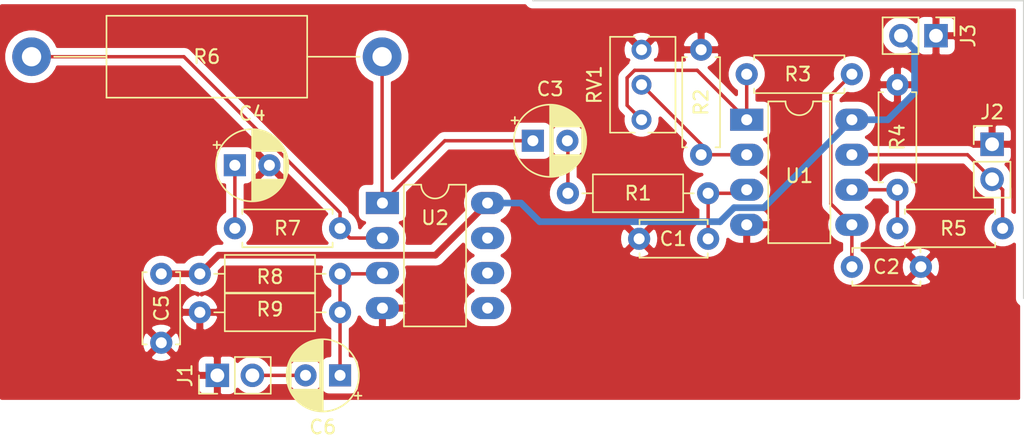
<source format=kicad_pcb>
(kicad_pcb (version 20171130) (host pcbnew "(5.1.12)-1")

  (general
    (thickness 1.6)
    (drawings 2)
    (tracks 52)
    (zones 0)
    (modules 21)
    (nets 18)
  )

  (page A4)
  (layers
    (0 F.Cu signal)
    (31 B.Cu signal)
    (32 B.Adhes user)
    (33 F.Adhes user)
    (34 B.Paste user)
    (35 F.Paste user)
    (36 B.SilkS user)
    (37 F.SilkS user)
    (38 B.Mask user)
    (39 F.Mask user)
    (40 Dwgs.User user)
    (41 Cmts.User user)
    (42 Eco1.User user)
    (43 Eco2.User user)
    (44 Edge.Cuts user)
    (45 Margin user)
    (46 B.CrtYd user)
    (47 F.CrtYd user)
    (48 B.Fab user)
    (49 F.Fab user hide)
  )

  (setup
    (last_trace_width 0.25)
    (trace_clearance 0.2)
    (zone_clearance 0.508)
    (zone_45_only no)
    (trace_min 0.2)
    (via_size 0.8)
    (via_drill 0.4)
    (via_min_size 0.4)
    (via_min_drill 0.3)
    (uvia_size 0.3)
    (uvia_drill 0.1)
    (uvias_allowed no)
    (uvia_min_size 0.2)
    (uvia_min_drill 0.1)
    (edge_width 0.05)
    (segment_width 0.2)
    (pcb_text_width 0.3)
    (pcb_text_size 1.5 1.5)
    (mod_edge_width 0.12)
    (mod_text_size 1 1)
    (mod_text_width 0.15)
    (pad_size 1.524 1.524)
    (pad_drill 0.762)
    (pad_to_mask_clearance 0)
    (aux_axis_origin 0 0)
    (visible_elements 7FFFFFFF)
    (pcbplotparams
      (layerselection 0x010fc_ffffffff)
      (usegerberextensions false)
      (usegerberattributes true)
      (usegerberadvancedattributes true)
      (creategerberjobfile true)
      (excludeedgelayer true)
      (linewidth 0.100000)
      (plotframeref false)
      (viasonmask false)
      (mode 1)
      (useauxorigin false)
      (hpglpennumber 1)
      (hpglpenspeed 20)
      (hpglpendiameter 15.000000)
      (psnegative false)
      (psa4output false)
      (plotreference true)
      (plotvalue true)
      (plotinvisibletext false)
      (padsonsilk false)
      (subtractmaskfromsilk false)
      (outputformat 1)
      (mirror false)
      (drillshape 0)
      (scaleselection 1)
      (outputdirectory ""))
  )

  (net 0 "")
  (net 1 GND)
  (net 2 "Net-(C1-Pad1)")
  (net 3 "Net-(C2-Pad1)")
  (net 4 +9V)
  (net 5 "Net-(R2-Pad1)")
  (net 6 "Net-(R3-Pad2)")
  (net 7 "Net-(R4-Pad1)")
  (net 8 "Net-(J2-Pad2)")
  (net 9 "Net-(C3-Pad2)")
  (net 10 "Net-(C3-Pad1)")
  (net 11 "Net-(C4-Pad1)")
  (net 12 "Net-(C6-Pad2)")
  (net 13 "Net-(C6-Pad1)")
  (net 14 "Net-(R6-Pad2)")
  (net 15 "Net-(U2-Pad7)")
  (net 16 "Net-(U2-Pad6)")
  (net 17 "Net-(U2-Pad5)")

  (net_class Default "This is the default net class."
    (clearance 0.2)
    (trace_width 0.25)
    (via_dia 0.8)
    (via_drill 0.4)
    (uvia_dia 0.3)
    (uvia_drill 0.1)
    (add_net GND)
    (add_net "Net-(C1-Pad1)")
    (add_net "Net-(C2-Pad1)")
    (add_net "Net-(C3-Pad1)")
    (add_net "Net-(C3-Pad2)")
    (add_net "Net-(C4-Pad1)")
    (add_net "Net-(C6-Pad1)")
    (add_net "Net-(C6-Pad2)")
    (add_net "Net-(J2-Pad2)")
    (add_net "Net-(R2-Pad1)")
    (add_net "Net-(R3-Pad2)")
    (add_net "Net-(R4-Pad1)")
    (add_net "Net-(R6-Pad2)")
    (add_net "Net-(U2-Pad5)")
    (add_net "Net-(U2-Pad6)")
    (add_net "Net-(U2-Pad7)")
  )

  (net_class PWR ""
    (clearance 0.2)
    (trace_width 0.4826)
    (via_dia 0.8)
    (via_drill 0.4)
    (uvia_dia 0.3)
    (uvia_drill 0.1)
    (add_net +9V)
  )

  (module Package_DIP:DIP-8_W7.62mm_LongPads (layer F.Cu) (tedit 5A02E8C5) (tstamp 61FB0A10)
    (at 105.940225 64.97)
    (descr "8-lead though-hole mounted DIP package, row spacing 7.62 mm (300 mils), LongPads")
    (tags "THT DIP DIL PDIP 2.54mm 7.62mm 300mil LongPads")
    (path /61FC69FB)
    (fp_text reference U2 (at 3.81 1.07) (layer F.SilkS)
      (effects (font (size 1 1) (thickness 0.15)))
    )
    (fp_text value AD712 (at 3.81 9.95) (layer F.Fab)
      (effects (font (size 1 1) (thickness 0.15)))
    )
    (fp_text user %R (at 3.81 3.81) (layer F.Fab)
      (effects (font (size 1 1) (thickness 0.15)))
    )
    (fp_arc (start 3.81 -1.33) (end 2.81 -1.33) (angle -180) (layer F.SilkS) (width 0.12))
    (fp_line (start 1.635 -1.27) (end 6.985 -1.27) (layer F.Fab) (width 0.1))
    (fp_line (start 6.985 -1.27) (end 6.985 8.89) (layer F.Fab) (width 0.1))
    (fp_line (start 6.985 8.89) (end 0.635 8.89) (layer F.Fab) (width 0.1))
    (fp_line (start 0.635 8.89) (end 0.635 -0.27) (layer F.Fab) (width 0.1))
    (fp_line (start 0.635 -0.27) (end 1.635 -1.27) (layer F.Fab) (width 0.1))
    (fp_line (start 2.81 -1.33) (end 1.56 -1.33) (layer F.SilkS) (width 0.12))
    (fp_line (start 1.56 -1.33) (end 1.56 8.95) (layer F.SilkS) (width 0.12))
    (fp_line (start 1.56 8.95) (end 6.06 8.95) (layer F.SilkS) (width 0.12))
    (fp_line (start 6.06 8.95) (end 6.06 -1.33) (layer F.SilkS) (width 0.12))
    (fp_line (start 6.06 -1.33) (end 4.81 -1.33) (layer F.SilkS) (width 0.12))
    (fp_line (start -1.45 -1.55) (end -1.45 9.15) (layer F.CrtYd) (width 0.05))
    (fp_line (start -1.45 9.15) (end 9.1 9.15) (layer F.CrtYd) (width 0.05))
    (fp_line (start 9.1 9.15) (end 9.1 -1.55) (layer F.CrtYd) (width 0.05))
    (fp_line (start 9.1 -1.55) (end -1.45 -1.55) (layer F.CrtYd) (width 0.05))
    (pad 8 thru_hole oval (at 7.62 0) (size 2.4 1.6) (drill 0.8) (layers *.Cu *.Mask)
      (net 4 +9V))
    (pad 4 thru_hole oval (at 0 7.62) (size 2.4 1.6) (drill 0.8) (layers *.Cu *.Mask)
      (net 1 GND))
    (pad 7 thru_hole oval (at 7.62 2.54) (size 2.4 1.6) (drill 0.8) (layers *.Cu *.Mask)
      (net 15 "Net-(U2-Pad7)"))
    (pad 3 thru_hole oval (at 0 5.08) (size 2.4 1.6) (drill 0.8) (layers *.Cu *.Mask)
      (net 13 "Net-(C6-Pad1)"))
    (pad 6 thru_hole oval (at 7.62 5.08) (size 2.4 1.6) (drill 0.8) (layers *.Cu *.Mask)
      (net 16 "Net-(U2-Pad6)"))
    (pad 2 thru_hole oval (at 0 2.54) (size 2.4 1.6) (drill 0.8) (layers *.Cu *.Mask)
      (net 14 "Net-(R6-Pad2)"))
    (pad 5 thru_hole oval (at 7.62 7.62) (size 2.4 1.6) (drill 0.8) (layers *.Cu *.Mask)
      (net 17 "Net-(U2-Pad5)"))
    (pad 1 thru_hole rect (at 0 0) (size 2.4 1.6) (drill 0.8) (layers *.Cu *.Mask)
      (net 10 "Net-(C3-Pad1)"))
    (model ${KISYS3DMOD}/Package_DIP.3dshapes/DIP-8_W7.62mm.wrl
      (at (xyz 0 0 0))
      (scale (xyz 1 1 1))
      (rotate (xyz 0 0 0))
    )
  )

  (module Resistor_THT:R_Axial_DIN0207_L6.3mm_D2.5mm_P10.16mm_Horizontal (layer F.Cu) (tedit 5AE5139B) (tstamp 61FB098E)
    (at 102.87 72.898 180)
    (descr "Resistor, Axial_DIN0207 series, Axial, Horizontal, pin pitch=10.16mm, 0.25W = 1/4W, length*diameter=6.3*2.5mm^2, http://cdn-reichelt.de/documents/datenblatt/B400/1_4W%23YAG.pdf")
    (tags "Resistor Axial_DIN0207 series Axial Horizontal pin pitch 10.16mm 0.25W = 1/4W length 6.3mm diameter 2.5mm")
    (path /61FE7C8B)
    (fp_text reference R9 (at 5.08 0.22) (layer F.SilkS)
      (effects (font (size 1 1) (thickness 0.15)))
    )
    (fp_text value 100K (at 5.08 2.37) (layer F.Fab)
      (effects (font (size 1 1) (thickness 0.15)))
    )
    (fp_text user %R (at 5.08 0) (layer F.Fab)
      (effects (font (size 1 1) (thickness 0.15)))
    )
    (fp_line (start 1.93 -1.25) (end 1.93 1.25) (layer F.Fab) (width 0.1))
    (fp_line (start 1.93 1.25) (end 8.23 1.25) (layer F.Fab) (width 0.1))
    (fp_line (start 8.23 1.25) (end 8.23 -1.25) (layer F.Fab) (width 0.1))
    (fp_line (start 8.23 -1.25) (end 1.93 -1.25) (layer F.Fab) (width 0.1))
    (fp_line (start 0 0) (end 1.93 0) (layer F.Fab) (width 0.1))
    (fp_line (start 10.16 0) (end 8.23 0) (layer F.Fab) (width 0.1))
    (fp_line (start 1.81 -1.37) (end 1.81 1.37) (layer F.SilkS) (width 0.12))
    (fp_line (start 1.81 1.37) (end 8.35 1.37) (layer F.SilkS) (width 0.12))
    (fp_line (start 8.35 1.37) (end 8.35 -1.37) (layer F.SilkS) (width 0.12))
    (fp_line (start 8.35 -1.37) (end 1.81 -1.37) (layer F.SilkS) (width 0.12))
    (fp_line (start 1.04 0) (end 1.81 0) (layer F.SilkS) (width 0.12))
    (fp_line (start 9.12 0) (end 8.35 0) (layer F.SilkS) (width 0.12))
    (fp_line (start -1.05 -1.5) (end -1.05 1.5) (layer F.CrtYd) (width 0.05))
    (fp_line (start -1.05 1.5) (end 11.21 1.5) (layer F.CrtYd) (width 0.05))
    (fp_line (start 11.21 1.5) (end 11.21 -1.5) (layer F.CrtYd) (width 0.05))
    (fp_line (start 11.21 -1.5) (end -1.05 -1.5) (layer F.CrtYd) (width 0.05))
    (pad 2 thru_hole oval (at 10.16 0 180) (size 1.6 1.6) (drill 0.8) (layers *.Cu *.Mask)
      (net 1 GND))
    (pad 1 thru_hole circle (at 0 0 180) (size 1.6 1.6) (drill 0.8) (layers *.Cu *.Mask)
      (net 13 "Net-(C6-Pad1)"))
    (model ${KISYS3DMOD}/Resistor_THT.3dshapes/R_Axial_DIN0207_L6.3mm_D2.5mm_P10.16mm_Horizontal.wrl
      (at (xyz 0 0 0))
      (scale (xyz 1 1 1))
      (rotate (xyz 0 0 0))
    )
  )

  (module Resistor_THT:R_Axial_DIN0207_L6.3mm_D2.5mm_P10.16mm_Horizontal (layer F.Cu) (tedit 5AE5139B) (tstamp 61FB0977)
    (at 92.71 70.104)
    (descr "Resistor, Axial_DIN0207 series, Axial, Horizontal, pin pitch=10.16mm, 0.25W = 1/4W, length*diameter=6.3*2.5mm^2, http://cdn-reichelt.de/documents/datenblatt/B400/1_4W%23YAG.pdf")
    (tags "Resistor Axial_DIN0207 series Axial Horizontal pin pitch 10.16mm 0.25W = 1/4W length 6.3mm diameter 2.5mm")
    (path /61FE84F7)
    (fp_text reference R8 (at 5.08 0.22) (layer F.SilkS)
      (effects (font (size 1 1) (thickness 0.15)))
    )
    (fp_text value 100K (at 5.08 2.37) (layer F.Fab)
      (effects (font (size 1 1) (thickness 0.15)))
    )
    (fp_text user %R (at 5.08 0) (layer F.Fab)
      (effects (font (size 1 1) (thickness 0.15)))
    )
    (fp_line (start 1.93 -1.25) (end 1.93 1.25) (layer F.Fab) (width 0.1))
    (fp_line (start 1.93 1.25) (end 8.23 1.25) (layer F.Fab) (width 0.1))
    (fp_line (start 8.23 1.25) (end 8.23 -1.25) (layer F.Fab) (width 0.1))
    (fp_line (start 8.23 -1.25) (end 1.93 -1.25) (layer F.Fab) (width 0.1))
    (fp_line (start 0 0) (end 1.93 0) (layer F.Fab) (width 0.1))
    (fp_line (start 10.16 0) (end 8.23 0) (layer F.Fab) (width 0.1))
    (fp_line (start 1.81 -1.37) (end 1.81 1.37) (layer F.SilkS) (width 0.12))
    (fp_line (start 1.81 1.37) (end 8.35 1.37) (layer F.SilkS) (width 0.12))
    (fp_line (start 8.35 1.37) (end 8.35 -1.37) (layer F.SilkS) (width 0.12))
    (fp_line (start 8.35 -1.37) (end 1.81 -1.37) (layer F.SilkS) (width 0.12))
    (fp_line (start 1.04 0) (end 1.81 0) (layer F.SilkS) (width 0.12))
    (fp_line (start 9.12 0) (end 8.35 0) (layer F.SilkS) (width 0.12))
    (fp_line (start -1.05 -1.5) (end -1.05 1.5) (layer F.CrtYd) (width 0.05))
    (fp_line (start -1.05 1.5) (end 11.21 1.5) (layer F.CrtYd) (width 0.05))
    (fp_line (start 11.21 1.5) (end 11.21 -1.5) (layer F.CrtYd) (width 0.05))
    (fp_line (start 11.21 -1.5) (end -1.05 -1.5) (layer F.CrtYd) (width 0.05))
    (pad 2 thru_hole oval (at 10.16 0) (size 1.6 1.6) (drill 0.8) (layers *.Cu *.Mask)
      (net 13 "Net-(C6-Pad1)"))
    (pad 1 thru_hole circle (at 0 0) (size 1.6 1.6) (drill 0.8) (layers *.Cu *.Mask)
      (net 4 +9V))
    (model ${KISYS3DMOD}/Resistor_THT.3dshapes/R_Axial_DIN0207_L6.3mm_D2.5mm_P10.16mm_Horizontal.wrl
      (at (xyz 0 0 0))
      (scale (xyz 1 1 1))
      (rotate (xyz 0 0 0))
    )
  )

  (module Resistor_THT:R_Axial_DIN0207_L6.3mm_D2.5mm_P7.62mm_Horizontal (layer F.Cu) (tedit 5AE5139B) (tstamp 61FB0960)
    (at 102.87 66.802 180)
    (descr "Resistor, Axial_DIN0207 series, Axial, Horizontal, pin pitch=7.62mm, 0.25W = 1/4W, length*diameter=6.3*2.5mm^2, http://cdn-reichelt.de/documents/datenblatt/B400/1_4W%23YAG.pdf")
    (tags "Resistor Axial_DIN0207 series Axial Horizontal pin pitch 7.62mm 0.25W = 1/4W length 6.3mm diameter 2.5mm")
    (path /61FD8363)
    (fp_text reference R7 (at 3.81 0) (layer F.SilkS)
      (effects (font (size 1 1) (thickness 0.15)))
    )
    (fp_text value 2.2K (at 3.81 2.37) (layer F.Fab)
      (effects (font (size 1 1) (thickness 0.15)))
    )
    (fp_text user %R (at 3.81 0) (layer F.Fab)
      (effects (font (size 1 1) (thickness 0.15)))
    )
    (fp_line (start 0.66 -1.25) (end 0.66 1.25) (layer F.Fab) (width 0.1))
    (fp_line (start 0.66 1.25) (end 6.96 1.25) (layer F.Fab) (width 0.1))
    (fp_line (start 6.96 1.25) (end 6.96 -1.25) (layer F.Fab) (width 0.1))
    (fp_line (start 6.96 -1.25) (end 0.66 -1.25) (layer F.Fab) (width 0.1))
    (fp_line (start 0 0) (end 0.66 0) (layer F.Fab) (width 0.1))
    (fp_line (start 7.62 0) (end 6.96 0) (layer F.Fab) (width 0.1))
    (fp_line (start 0.54 -1.04) (end 0.54 -1.37) (layer F.SilkS) (width 0.12))
    (fp_line (start 0.54 -1.37) (end 7.08 -1.37) (layer F.SilkS) (width 0.12))
    (fp_line (start 7.08 -1.37) (end 7.08 -1.04) (layer F.SilkS) (width 0.12))
    (fp_line (start 0.54 1.04) (end 0.54 1.37) (layer F.SilkS) (width 0.12))
    (fp_line (start 0.54 1.37) (end 7.08 1.37) (layer F.SilkS) (width 0.12))
    (fp_line (start 7.08 1.37) (end 7.08 1.04) (layer F.SilkS) (width 0.12))
    (fp_line (start -1.05 -1.5) (end -1.05 1.5) (layer F.CrtYd) (width 0.05))
    (fp_line (start -1.05 1.5) (end 8.67 1.5) (layer F.CrtYd) (width 0.05))
    (fp_line (start 8.67 1.5) (end 8.67 -1.5) (layer F.CrtYd) (width 0.05))
    (fp_line (start 8.67 -1.5) (end -1.05 -1.5) (layer F.CrtYd) (width 0.05))
    (pad 2 thru_hole oval (at 7.62 0 180) (size 1.6 1.6) (drill 0.8) (layers *.Cu *.Mask)
      (net 11 "Net-(C4-Pad1)"))
    (pad 1 thru_hole circle (at 0 0 180) (size 1.6 1.6) (drill 0.8) (layers *.Cu *.Mask)
      (net 14 "Net-(R6-Pad2)"))
    (model ${KISYS3DMOD}/Resistor_THT.3dshapes/R_Axial_DIN0207_L6.3mm_D2.5mm_P7.62mm_Horizontal.wrl
      (at (xyz 0 0 0))
      (scale (xyz 1 1 1))
      (rotate (xyz 0 0 0))
    )
  )

  (module Resistor_THT:R_Axial_DIN0614_L14.3mm_D5.7mm_P25.40mm_Horizontal (layer F.Cu) (tedit 5AE5139B) (tstamp 61FB0949)
    (at 105.918 54.356 180)
    (descr "Resistor, Axial_DIN0614 series, Axial, Horizontal, pin pitch=25.4mm, 1.5W, length*diameter=14.3*5.7mm^2")
    (tags "Resistor Axial_DIN0614 series Axial Horizontal pin pitch 25.4mm 1.5W length 14.3mm diameter 5.7mm")
    (path /61FD6675)
    (fp_text reference R6 (at 12.7 0) (layer F.SilkS)
      (effects (font (size 1 1) (thickness 0.15)))
    )
    (fp_text value 47K (at 12.7 3.97) (layer F.Fab)
      (effects (font (size 1 1) (thickness 0.15)))
    )
    (fp_text user %R (at 12.7 0) (layer F.Fab)
      (effects (font (size 1 1) (thickness 0.15)))
    )
    (fp_line (start 5.55 -2.85) (end 5.55 2.85) (layer F.Fab) (width 0.1))
    (fp_line (start 5.55 2.85) (end 19.85 2.85) (layer F.Fab) (width 0.1))
    (fp_line (start 19.85 2.85) (end 19.85 -2.85) (layer F.Fab) (width 0.1))
    (fp_line (start 19.85 -2.85) (end 5.55 -2.85) (layer F.Fab) (width 0.1))
    (fp_line (start 0 0) (end 5.55 0) (layer F.Fab) (width 0.1))
    (fp_line (start 25.4 0) (end 19.85 0) (layer F.Fab) (width 0.1))
    (fp_line (start 5.43 -2.97) (end 5.43 2.97) (layer F.SilkS) (width 0.12))
    (fp_line (start 5.43 2.97) (end 19.97 2.97) (layer F.SilkS) (width 0.12))
    (fp_line (start 19.97 2.97) (end 19.97 -2.97) (layer F.SilkS) (width 0.12))
    (fp_line (start 19.97 -2.97) (end 5.43 -2.97) (layer F.SilkS) (width 0.12))
    (fp_line (start 1.64 0) (end 5.43 0) (layer F.SilkS) (width 0.12))
    (fp_line (start 23.76 0) (end 19.97 0) (layer F.SilkS) (width 0.12))
    (fp_line (start -1.65 -3.1) (end -1.65 3.1) (layer F.CrtYd) (width 0.05))
    (fp_line (start -1.65 3.1) (end 27.05 3.1) (layer F.CrtYd) (width 0.05))
    (fp_line (start 27.05 3.1) (end 27.05 -3.1) (layer F.CrtYd) (width 0.05))
    (fp_line (start 27.05 -3.1) (end -1.65 -3.1) (layer F.CrtYd) (width 0.05))
    (pad 2 thru_hole oval (at 25.4 0 180) (size 2.8 2.8) (drill 1.4) (layers *.Cu *.Mask)
      (net 14 "Net-(R6-Pad2)"))
    (pad 1 thru_hole circle (at 0 0 180) (size 2.8 2.8) (drill 1.4) (layers *.Cu *.Mask)
      (net 10 "Net-(C3-Pad1)"))
    (model ${KISYS3DMOD}/Resistor_THT.3dshapes/R_Axial_DIN0614_L14.3mm_D5.7mm_P25.40mm_Horizontal.wrl
      (at (xyz 0 0 0))
      (scale (xyz 1 1 1))
      (rotate (xyz 0 0 0))
    )
  )

  (module Capacitor_THT:CP_Radial_D5.0mm_P2.50mm (layer F.Cu) (tedit 5AE50EF0) (tstamp 61FB07EE)
    (at 102.87 77.47 180)
    (descr "CP, Radial series, Radial, pin pitch=2.50mm, , diameter=5mm, Electrolytic Capacitor")
    (tags "CP Radial series Radial pin pitch 2.50mm  diameter 5mm Electrolytic Capacitor")
    (path /61FDE308)
    (fp_text reference C6 (at 1.25 -3.75) (layer F.SilkS)
      (effects (font (size 1 1) (thickness 0.15)))
    )
    (fp_text value 1u (at 1.25 3.75) (layer F.Fab)
      (effects (font (size 1 1) (thickness 0.15)))
    )
    (fp_text user %R (at 1.25 0) (layer F.Fab)
      (effects (font (size 1 1) (thickness 0.15)))
    )
    (fp_circle (center 1.25 0) (end 3.75 0) (layer F.Fab) (width 0.1))
    (fp_circle (center 1.25 0) (end 3.87 0) (layer F.SilkS) (width 0.12))
    (fp_circle (center 1.25 0) (end 4 0) (layer F.CrtYd) (width 0.05))
    (fp_line (start -0.883605 -1.0875) (end -0.383605 -1.0875) (layer F.Fab) (width 0.1))
    (fp_line (start -0.633605 -1.3375) (end -0.633605 -0.8375) (layer F.Fab) (width 0.1))
    (fp_line (start 1.25 -2.58) (end 1.25 2.58) (layer F.SilkS) (width 0.12))
    (fp_line (start 1.29 -2.58) (end 1.29 2.58) (layer F.SilkS) (width 0.12))
    (fp_line (start 1.33 -2.579) (end 1.33 2.579) (layer F.SilkS) (width 0.12))
    (fp_line (start 1.37 -2.578) (end 1.37 2.578) (layer F.SilkS) (width 0.12))
    (fp_line (start 1.41 -2.576) (end 1.41 2.576) (layer F.SilkS) (width 0.12))
    (fp_line (start 1.45 -2.573) (end 1.45 2.573) (layer F.SilkS) (width 0.12))
    (fp_line (start 1.49 -2.569) (end 1.49 -1.04) (layer F.SilkS) (width 0.12))
    (fp_line (start 1.49 1.04) (end 1.49 2.569) (layer F.SilkS) (width 0.12))
    (fp_line (start 1.53 -2.565) (end 1.53 -1.04) (layer F.SilkS) (width 0.12))
    (fp_line (start 1.53 1.04) (end 1.53 2.565) (layer F.SilkS) (width 0.12))
    (fp_line (start 1.57 -2.561) (end 1.57 -1.04) (layer F.SilkS) (width 0.12))
    (fp_line (start 1.57 1.04) (end 1.57 2.561) (layer F.SilkS) (width 0.12))
    (fp_line (start 1.61 -2.556) (end 1.61 -1.04) (layer F.SilkS) (width 0.12))
    (fp_line (start 1.61 1.04) (end 1.61 2.556) (layer F.SilkS) (width 0.12))
    (fp_line (start 1.65 -2.55) (end 1.65 -1.04) (layer F.SilkS) (width 0.12))
    (fp_line (start 1.65 1.04) (end 1.65 2.55) (layer F.SilkS) (width 0.12))
    (fp_line (start 1.69 -2.543) (end 1.69 -1.04) (layer F.SilkS) (width 0.12))
    (fp_line (start 1.69 1.04) (end 1.69 2.543) (layer F.SilkS) (width 0.12))
    (fp_line (start 1.73 -2.536) (end 1.73 -1.04) (layer F.SilkS) (width 0.12))
    (fp_line (start 1.73 1.04) (end 1.73 2.536) (layer F.SilkS) (width 0.12))
    (fp_line (start 1.77 -2.528) (end 1.77 -1.04) (layer F.SilkS) (width 0.12))
    (fp_line (start 1.77 1.04) (end 1.77 2.528) (layer F.SilkS) (width 0.12))
    (fp_line (start 1.81 -2.52) (end 1.81 -1.04) (layer F.SilkS) (width 0.12))
    (fp_line (start 1.81 1.04) (end 1.81 2.52) (layer F.SilkS) (width 0.12))
    (fp_line (start 1.85 -2.511) (end 1.85 -1.04) (layer F.SilkS) (width 0.12))
    (fp_line (start 1.85 1.04) (end 1.85 2.511) (layer F.SilkS) (width 0.12))
    (fp_line (start 1.89 -2.501) (end 1.89 -1.04) (layer F.SilkS) (width 0.12))
    (fp_line (start 1.89 1.04) (end 1.89 2.501) (layer F.SilkS) (width 0.12))
    (fp_line (start 1.93 -2.491) (end 1.93 -1.04) (layer F.SilkS) (width 0.12))
    (fp_line (start 1.93 1.04) (end 1.93 2.491) (layer F.SilkS) (width 0.12))
    (fp_line (start 1.971 -2.48) (end 1.971 -1.04) (layer F.SilkS) (width 0.12))
    (fp_line (start 1.971 1.04) (end 1.971 2.48) (layer F.SilkS) (width 0.12))
    (fp_line (start 2.011 -2.468) (end 2.011 -1.04) (layer F.SilkS) (width 0.12))
    (fp_line (start 2.011 1.04) (end 2.011 2.468) (layer F.SilkS) (width 0.12))
    (fp_line (start 2.051 -2.455) (end 2.051 -1.04) (layer F.SilkS) (width 0.12))
    (fp_line (start 2.051 1.04) (end 2.051 2.455) (layer F.SilkS) (width 0.12))
    (fp_line (start 2.091 -2.442) (end 2.091 -1.04) (layer F.SilkS) (width 0.12))
    (fp_line (start 2.091 1.04) (end 2.091 2.442) (layer F.SilkS) (width 0.12))
    (fp_line (start 2.131 -2.428) (end 2.131 -1.04) (layer F.SilkS) (width 0.12))
    (fp_line (start 2.131 1.04) (end 2.131 2.428) (layer F.SilkS) (width 0.12))
    (fp_line (start 2.171 -2.414) (end 2.171 -1.04) (layer F.SilkS) (width 0.12))
    (fp_line (start 2.171 1.04) (end 2.171 2.414) (layer F.SilkS) (width 0.12))
    (fp_line (start 2.211 -2.398) (end 2.211 -1.04) (layer F.SilkS) (width 0.12))
    (fp_line (start 2.211 1.04) (end 2.211 2.398) (layer F.SilkS) (width 0.12))
    (fp_line (start 2.251 -2.382) (end 2.251 -1.04) (layer F.SilkS) (width 0.12))
    (fp_line (start 2.251 1.04) (end 2.251 2.382) (layer F.SilkS) (width 0.12))
    (fp_line (start 2.291 -2.365) (end 2.291 -1.04) (layer F.SilkS) (width 0.12))
    (fp_line (start 2.291 1.04) (end 2.291 2.365) (layer F.SilkS) (width 0.12))
    (fp_line (start 2.331 -2.348) (end 2.331 -1.04) (layer F.SilkS) (width 0.12))
    (fp_line (start 2.331 1.04) (end 2.331 2.348) (layer F.SilkS) (width 0.12))
    (fp_line (start 2.371 -2.329) (end 2.371 -1.04) (layer F.SilkS) (width 0.12))
    (fp_line (start 2.371 1.04) (end 2.371 2.329) (layer F.SilkS) (width 0.12))
    (fp_line (start 2.411 -2.31) (end 2.411 -1.04) (layer F.SilkS) (width 0.12))
    (fp_line (start 2.411 1.04) (end 2.411 2.31) (layer F.SilkS) (width 0.12))
    (fp_line (start 2.451 -2.29) (end 2.451 -1.04) (layer F.SilkS) (width 0.12))
    (fp_line (start 2.451 1.04) (end 2.451 2.29) (layer F.SilkS) (width 0.12))
    (fp_line (start 2.491 -2.268) (end 2.491 -1.04) (layer F.SilkS) (width 0.12))
    (fp_line (start 2.491 1.04) (end 2.491 2.268) (layer F.SilkS) (width 0.12))
    (fp_line (start 2.531 -2.247) (end 2.531 -1.04) (layer F.SilkS) (width 0.12))
    (fp_line (start 2.531 1.04) (end 2.531 2.247) (layer F.SilkS) (width 0.12))
    (fp_line (start 2.571 -2.224) (end 2.571 -1.04) (layer F.SilkS) (width 0.12))
    (fp_line (start 2.571 1.04) (end 2.571 2.224) (layer F.SilkS) (width 0.12))
    (fp_line (start 2.611 -2.2) (end 2.611 -1.04) (layer F.SilkS) (width 0.12))
    (fp_line (start 2.611 1.04) (end 2.611 2.2) (layer F.SilkS) (width 0.12))
    (fp_line (start 2.651 -2.175) (end 2.651 -1.04) (layer F.SilkS) (width 0.12))
    (fp_line (start 2.651 1.04) (end 2.651 2.175) (layer F.SilkS) (width 0.12))
    (fp_line (start 2.691 -2.149) (end 2.691 -1.04) (layer F.SilkS) (width 0.12))
    (fp_line (start 2.691 1.04) (end 2.691 2.149) (layer F.SilkS) (width 0.12))
    (fp_line (start 2.731 -2.122) (end 2.731 -1.04) (layer F.SilkS) (width 0.12))
    (fp_line (start 2.731 1.04) (end 2.731 2.122) (layer F.SilkS) (width 0.12))
    (fp_line (start 2.771 -2.095) (end 2.771 -1.04) (layer F.SilkS) (width 0.12))
    (fp_line (start 2.771 1.04) (end 2.771 2.095) (layer F.SilkS) (width 0.12))
    (fp_line (start 2.811 -2.065) (end 2.811 -1.04) (layer F.SilkS) (width 0.12))
    (fp_line (start 2.811 1.04) (end 2.811 2.065) (layer F.SilkS) (width 0.12))
    (fp_line (start 2.851 -2.035) (end 2.851 -1.04) (layer F.SilkS) (width 0.12))
    (fp_line (start 2.851 1.04) (end 2.851 2.035) (layer F.SilkS) (width 0.12))
    (fp_line (start 2.891 -2.004) (end 2.891 -1.04) (layer F.SilkS) (width 0.12))
    (fp_line (start 2.891 1.04) (end 2.891 2.004) (layer F.SilkS) (width 0.12))
    (fp_line (start 2.931 -1.971) (end 2.931 -1.04) (layer F.SilkS) (width 0.12))
    (fp_line (start 2.931 1.04) (end 2.931 1.971) (layer F.SilkS) (width 0.12))
    (fp_line (start 2.971 -1.937) (end 2.971 -1.04) (layer F.SilkS) (width 0.12))
    (fp_line (start 2.971 1.04) (end 2.971 1.937) (layer F.SilkS) (width 0.12))
    (fp_line (start 3.011 -1.901) (end 3.011 -1.04) (layer F.SilkS) (width 0.12))
    (fp_line (start 3.011 1.04) (end 3.011 1.901) (layer F.SilkS) (width 0.12))
    (fp_line (start 3.051 -1.864) (end 3.051 -1.04) (layer F.SilkS) (width 0.12))
    (fp_line (start 3.051 1.04) (end 3.051 1.864) (layer F.SilkS) (width 0.12))
    (fp_line (start 3.091 -1.826) (end 3.091 -1.04) (layer F.SilkS) (width 0.12))
    (fp_line (start 3.091 1.04) (end 3.091 1.826) (layer F.SilkS) (width 0.12))
    (fp_line (start 3.131 -1.785) (end 3.131 -1.04) (layer F.SilkS) (width 0.12))
    (fp_line (start 3.131 1.04) (end 3.131 1.785) (layer F.SilkS) (width 0.12))
    (fp_line (start 3.171 -1.743) (end 3.171 -1.04) (layer F.SilkS) (width 0.12))
    (fp_line (start 3.171 1.04) (end 3.171 1.743) (layer F.SilkS) (width 0.12))
    (fp_line (start 3.211 -1.699) (end 3.211 -1.04) (layer F.SilkS) (width 0.12))
    (fp_line (start 3.211 1.04) (end 3.211 1.699) (layer F.SilkS) (width 0.12))
    (fp_line (start 3.251 -1.653) (end 3.251 -1.04) (layer F.SilkS) (width 0.12))
    (fp_line (start 3.251 1.04) (end 3.251 1.653) (layer F.SilkS) (width 0.12))
    (fp_line (start 3.291 -1.605) (end 3.291 -1.04) (layer F.SilkS) (width 0.12))
    (fp_line (start 3.291 1.04) (end 3.291 1.605) (layer F.SilkS) (width 0.12))
    (fp_line (start 3.331 -1.554) (end 3.331 -1.04) (layer F.SilkS) (width 0.12))
    (fp_line (start 3.331 1.04) (end 3.331 1.554) (layer F.SilkS) (width 0.12))
    (fp_line (start 3.371 -1.5) (end 3.371 -1.04) (layer F.SilkS) (width 0.12))
    (fp_line (start 3.371 1.04) (end 3.371 1.5) (layer F.SilkS) (width 0.12))
    (fp_line (start 3.411 -1.443) (end 3.411 -1.04) (layer F.SilkS) (width 0.12))
    (fp_line (start 3.411 1.04) (end 3.411 1.443) (layer F.SilkS) (width 0.12))
    (fp_line (start 3.451 -1.383) (end 3.451 -1.04) (layer F.SilkS) (width 0.12))
    (fp_line (start 3.451 1.04) (end 3.451 1.383) (layer F.SilkS) (width 0.12))
    (fp_line (start 3.491 -1.319) (end 3.491 -1.04) (layer F.SilkS) (width 0.12))
    (fp_line (start 3.491 1.04) (end 3.491 1.319) (layer F.SilkS) (width 0.12))
    (fp_line (start 3.531 -1.251) (end 3.531 -1.04) (layer F.SilkS) (width 0.12))
    (fp_line (start 3.531 1.04) (end 3.531 1.251) (layer F.SilkS) (width 0.12))
    (fp_line (start 3.571 -1.178) (end 3.571 1.178) (layer F.SilkS) (width 0.12))
    (fp_line (start 3.611 -1.098) (end 3.611 1.098) (layer F.SilkS) (width 0.12))
    (fp_line (start 3.651 -1.011) (end 3.651 1.011) (layer F.SilkS) (width 0.12))
    (fp_line (start 3.691 -0.915) (end 3.691 0.915) (layer F.SilkS) (width 0.12))
    (fp_line (start 3.731 -0.805) (end 3.731 0.805) (layer F.SilkS) (width 0.12))
    (fp_line (start 3.771 -0.677) (end 3.771 0.677) (layer F.SilkS) (width 0.12))
    (fp_line (start 3.811 -0.518) (end 3.811 0.518) (layer F.SilkS) (width 0.12))
    (fp_line (start 3.851 -0.284) (end 3.851 0.284) (layer F.SilkS) (width 0.12))
    (fp_line (start -1.554775 -1.475) (end -1.054775 -1.475) (layer F.SilkS) (width 0.12))
    (fp_line (start -1.304775 -1.725) (end -1.304775 -1.225) (layer F.SilkS) (width 0.12))
    (pad 2 thru_hole circle (at 2.5 0 180) (size 1.6 1.6) (drill 0.8) (layers *.Cu *.Mask)
      (net 12 "Net-(C6-Pad2)"))
    (pad 1 thru_hole rect (at 0 0 180) (size 1.6 1.6) (drill 0.8) (layers *.Cu *.Mask)
      (net 13 "Net-(C6-Pad1)"))
    (model ${KISYS3DMOD}/Capacitor_THT.3dshapes/CP_Radial_D5.0mm_P2.50mm.wrl
      (at (xyz 0 0 0))
      (scale (xyz 1 1 1))
      (rotate (xyz 0 0 0))
    )
  )

  (module Capacitor_THT:C_Disc_D5.0mm_W2.5mm_P5.00mm (layer F.Cu) (tedit 5AE50EF0) (tstamp 61FB076A)
    (at 89.916 70.104 270)
    (descr "C, Disc series, Radial, pin pitch=5.00mm, , diameter*width=5*2.5mm^2, Capacitor, http://cdn-reichelt.de/documents/datenblatt/B300/DS_KERKO_TC.pdf")
    (tags "C Disc series Radial pin pitch 5.00mm  diameter 5mm width 2.5mm Capacitor")
    (path /61FDB6D8)
    (fp_text reference C5 (at 2.5 -0.02 90) (layer F.SilkS)
      (effects (font (size 1 1) (thickness 0.15)))
    )
    (fp_text value 100n (at 2.5 2.5 90) (layer F.Fab)
      (effects (font (size 1 1) (thickness 0.15)))
    )
    (fp_text user %R (at 2.5 0 90) (layer F.Fab)
      (effects (font (size 1 1) (thickness 0.15)))
    )
    (fp_line (start 0 -1.25) (end 0 1.25) (layer F.Fab) (width 0.1))
    (fp_line (start 0 1.25) (end 5 1.25) (layer F.Fab) (width 0.1))
    (fp_line (start 5 1.25) (end 5 -1.25) (layer F.Fab) (width 0.1))
    (fp_line (start 5 -1.25) (end 0 -1.25) (layer F.Fab) (width 0.1))
    (fp_line (start -0.12 -1.37) (end 5.12 -1.37) (layer F.SilkS) (width 0.12))
    (fp_line (start -0.12 1.37) (end 5.12 1.37) (layer F.SilkS) (width 0.12))
    (fp_line (start -0.12 -1.37) (end -0.12 -1.055) (layer F.SilkS) (width 0.12))
    (fp_line (start -0.12 1.055) (end -0.12 1.37) (layer F.SilkS) (width 0.12))
    (fp_line (start 5.12 -1.37) (end 5.12 -1.055) (layer F.SilkS) (width 0.12))
    (fp_line (start 5.12 1.055) (end 5.12 1.37) (layer F.SilkS) (width 0.12))
    (fp_line (start -1.05 -1.5) (end -1.05 1.5) (layer F.CrtYd) (width 0.05))
    (fp_line (start -1.05 1.5) (end 6.05 1.5) (layer F.CrtYd) (width 0.05))
    (fp_line (start 6.05 1.5) (end 6.05 -1.5) (layer F.CrtYd) (width 0.05))
    (fp_line (start 6.05 -1.5) (end -1.05 -1.5) (layer F.CrtYd) (width 0.05))
    (pad 2 thru_hole circle (at 5 0 270) (size 1.6 1.6) (drill 0.8) (layers *.Cu *.Mask)
      (net 1 GND))
    (pad 1 thru_hole circle (at 0 0 270) (size 1.6 1.6) (drill 0.8) (layers *.Cu *.Mask)
      (net 4 +9V))
    (model ${KISYS3DMOD}/Capacitor_THT.3dshapes/C_Disc_D5.0mm_W2.5mm_P5.00mm.wrl
      (at (xyz 0 0 0))
      (scale (xyz 1 1 1))
      (rotate (xyz 0 0 0))
    )
  )

  (module Capacitor_THT:CP_Radial_D5.0mm_P2.50mm (layer F.Cu) (tedit 5AE50EF0) (tstamp 61FB0755)
    (at 95.25 62.23)
    (descr "CP, Radial series, Radial, pin pitch=2.50mm, , diameter=5mm, Electrolytic Capacitor")
    (tags "CP Radial series Radial pin pitch 2.50mm  diameter 5mm Electrolytic Capacitor")
    (path /61FD9C6C)
    (fp_text reference C4 (at 1.25 -3.75) (layer F.SilkS)
      (effects (font (size 1 1) (thickness 0.15)))
    )
    (fp_text value 4.7u (at 1.25 3.75) (layer F.Fab)
      (effects (font (size 1 1) (thickness 0.15)))
    )
    (fp_text user %R (at 1.25 0) (layer F.Fab)
      (effects (font (size 1 1) (thickness 0.15)))
    )
    (fp_circle (center 1.25 0) (end 3.75 0) (layer F.Fab) (width 0.1))
    (fp_circle (center 1.25 0) (end 3.87 0) (layer F.SilkS) (width 0.12))
    (fp_circle (center 1.25 0) (end 4 0) (layer F.CrtYd) (width 0.05))
    (fp_line (start -0.883605 -1.0875) (end -0.383605 -1.0875) (layer F.Fab) (width 0.1))
    (fp_line (start -0.633605 -1.3375) (end -0.633605 -0.8375) (layer F.Fab) (width 0.1))
    (fp_line (start 1.25 -2.58) (end 1.25 2.58) (layer F.SilkS) (width 0.12))
    (fp_line (start 1.29 -2.58) (end 1.29 2.58) (layer F.SilkS) (width 0.12))
    (fp_line (start 1.33 -2.579) (end 1.33 2.579) (layer F.SilkS) (width 0.12))
    (fp_line (start 1.37 -2.578) (end 1.37 2.578) (layer F.SilkS) (width 0.12))
    (fp_line (start 1.41 -2.576) (end 1.41 2.576) (layer F.SilkS) (width 0.12))
    (fp_line (start 1.45 -2.573) (end 1.45 2.573) (layer F.SilkS) (width 0.12))
    (fp_line (start 1.49 -2.569) (end 1.49 -1.04) (layer F.SilkS) (width 0.12))
    (fp_line (start 1.49 1.04) (end 1.49 2.569) (layer F.SilkS) (width 0.12))
    (fp_line (start 1.53 -2.565) (end 1.53 -1.04) (layer F.SilkS) (width 0.12))
    (fp_line (start 1.53 1.04) (end 1.53 2.565) (layer F.SilkS) (width 0.12))
    (fp_line (start 1.57 -2.561) (end 1.57 -1.04) (layer F.SilkS) (width 0.12))
    (fp_line (start 1.57 1.04) (end 1.57 2.561) (layer F.SilkS) (width 0.12))
    (fp_line (start 1.61 -2.556) (end 1.61 -1.04) (layer F.SilkS) (width 0.12))
    (fp_line (start 1.61 1.04) (end 1.61 2.556) (layer F.SilkS) (width 0.12))
    (fp_line (start 1.65 -2.55) (end 1.65 -1.04) (layer F.SilkS) (width 0.12))
    (fp_line (start 1.65 1.04) (end 1.65 2.55) (layer F.SilkS) (width 0.12))
    (fp_line (start 1.69 -2.543) (end 1.69 -1.04) (layer F.SilkS) (width 0.12))
    (fp_line (start 1.69 1.04) (end 1.69 2.543) (layer F.SilkS) (width 0.12))
    (fp_line (start 1.73 -2.536) (end 1.73 -1.04) (layer F.SilkS) (width 0.12))
    (fp_line (start 1.73 1.04) (end 1.73 2.536) (layer F.SilkS) (width 0.12))
    (fp_line (start 1.77 -2.528) (end 1.77 -1.04) (layer F.SilkS) (width 0.12))
    (fp_line (start 1.77 1.04) (end 1.77 2.528) (layer F.SilkS) (width 0.12))
    (fp_line (start 1.81 -2.52) (end 1.81 -1.04) (layer F.SilkS) (width 0.12))
    (fp_line (start 1.81 1.04) (end 1.81 2.52) (layer F.SilkS) (width 0.12))
    (fp_line (start 1.85 -2.511) (end 1.85 -1.04) (layer F.SilkS) (width 0.12))
    (fp_line (start 1.85 1.04) (end 1.85 2.511) (layer F.SilkS) (width 0.12))
    (fp_line (start 1.89 -2.501) (end 1.89 -1.04) (layer F.SilkS) (width 0.12))
    (fp_line (start 1.89 1.04) (end 1.89 2.501) (layer F.SilkS) (width 0.12))
    (fp_line (start 1.93 -2.491) (end 1.93 -1.04) (layer F.SilkS) (width 0.12))
    (fp_line (start 1.93 1.04) (end 1.93 2.491) (layer F.SilkS) (width 0.12))
    (fp_line (start 1.971 -2.48) (end 1.971 -1.04) (layer F.SilkS) (width 0.12))
    (fp_line (start 1.971 1.04) (end 1.971 2.48) (layer F.SilkS) (width 0.12))
    (fp_line (start 2.011 -2.468) (end 2.011 -1.04) (layer F.SilkS) (width 0.12))
    (fp_line (start 2.011 1.04) (end 2.011 2.468) (layer F.SilkS) (width 0.12))
    (fp_line (start 2.051 -2.455) (end 2.051 -1.04) (layer F.SilkS) (width 0.12))
    (fp_line (start 2.051 1.04) (end 2.051 2.455) (layer F.SilkS) (width 0.12))
    (fp_line (start 2.091 -2.442) (end 2.091 -1.04) (layer F.SilkS) (width 0.12))
    (fp_line (start 2.091 1.04) (end 2.091 2.442) (layer F.SilkS) (width 0.12))
    (fp_line (start 2.131 -2.428) (end 2.131 -1.04) (layer F.SilkS) (width 0.12))
    (fp_line (start 2.131 1.04) (end 2.131 2.428) (layer F.SilkS) (width 0.12))
    (fp_line (start 2.171 -2.414) (end 2.171 -1.04) (layer F.SilkS) (width 0.12))
    (fp_line (start 2.171 1.04) (end 2.171 2.414) (layer F.SilkS) (width 0.12))
    (fp_line (start 2.211 -2.398) (end 2.211 -1.04) (layer F.SilkS) (width 0.12))
    (fp_line (start 2.211 1.04) (end 2.211 2.398) (layer F.SilkS) (width 0.12))
    (fp_line (start 2.251 -2.382) (end 2.251 -1.04) (layer F.SilkS) (width 0.12))
    (fp_line (start 2.251 1.04) (end 2.251 2.382) (layer F.SilkS) (width 0.12))
    (fp_line (start 2.291 -2.365) (end 2.291 -1.04) (layer F.SilkS) (width 0.12))
    (fp_line (start 2.291 1.04) (end 2.291 2.365) (layer F.SilkS) (width 0.12))
    (fp_line (start 2.331 -2.348) (end 2.331 -1.04) (layer F.SilkS) (width 0.12))
    (fp_line (start 2.331 1.04) (end 2.331 2.348) (layer F.SilkS) (width 0.12))
    (fp_line (start 2.371 -2.329) (end 2.371 -1.04) (layer F.SilkS) (width 0.12))
    (fp_line (start 2.371 1.04) (end 2.371 2.329) (layer F.SilkS) (width 0.12))
    (fp_line (start 2.411 -2.31) (end 2.411 -1.04) (layer F.SilkS) (width 0.12))
    (fp_line (start 2.411 1.04) (end 2.411 2.31) (layer F.SilkS) (width 0.12))
    (fp_line (start 2.451 -2.29) (end 2.451 -1.04) (layer F.SilkS) (width 0.12))
    (fp_line (start 2.451 1.04) (end 2.451 2.29) (layer F.SilkS) (width 0.12))
    (fp_line (start 2.491 -2.268) (end 2.491 -1.04) (layer F.SilkS) (width 0.12))
    (fp_line (start 2.491 1.04) (end 2.491 2.268) (layer F.SilkS) (width 0.12))
    (fp_line (start 2.531 -2.247) (end 2.531 -1.04) (layer F.SilkS) (width 0.12))
    (fp_line (start 2.531 1.04) (end 2.531 2.247) (layer F.SilkS) (width 0.12))
    (fp_line (start 2.571 -2.224) (end 2.571 -1.04) (layer F.SilkS) (width 0.12))
    (fp_line (start 2.571 1.04) (end 2.571 2.224) (layer F.SilkS) (width 0.12))
    (fp_line (start 2.611 -2.2) (end 2.611 -1.04) (layer F.SilkS) (width 0.12))
    (fp_line (start 2.611 1.04) (end 2.611 2.2) (layer F.SilkS) (width 0.12))
    (fp_line (start 2.651 -2.175) (end 2.651 -1.04) (layer F.SilkS) (width 0.12))
    (fp_line (start 2.651 1.04) (end 2.651 2.175) (layer F.SilkS) (width 0.12))
    (fp_line (start 2.691 -2.149) (end 2.691 -1.04) (layer F.SilkS) (width 0.12))
    (fp_line (start 2.691 1.04) (end 2.691 2.149) (layer F.SilkS) (width 0.12))
    (fp_line (start 2.731 -2.122) (end 2.731 -1.04) (layer F.SilkS) (width 0.12))
    (fp_line (start 2.731 1.04) (end 2.731 2.122) (layer F.SilkS) (width 0.12))
    (fp_line (start 2.771 -2.095) (end 2.771 -1.04) (layer F.SilkS) (width 0.12))
    (fp_line (start 2.771 1.04) (end 2.771 2.095) (layer F.SilkS) (width 0.12))
    (fp_line (start 2.811 -2.065) (end 2.811 -1.04) (layer F.SilkS) (width 0.12))
    (fp_line (start 2.811 1.04) (end 2.811 2.065) (layer F.SilkS) (width 0.12))
    (fp_line (start 2.851 -2.035) (end 2.851 -1.04) (layer F.SilkS) (width 0.12))
    (fp_line (start 2.851 1.04) (end 2.851 2.035) (layer F.SilkS) (width 0.12))
    (fp_line (start 2.891 -2.004) (end 2.891 -1.04) (layer F.SilkS) (width 0.12))
    (fp_line (start 2.891 1.04) (end 2.891 2.004) (layer F.SilkS) (width 0.12))
    (fp_line (start 2.931 -1.971) (end 2.931 -1.04) (layer F.SilkS) (width 0.12))
    (fp_line (start 2.931 1.04) (end 2.931 1.971) (layer F.SilkS) (width 0.12))
    (fp_line (start 2.971 -1.937) (end 2.971 -1.04) (layer F.SilkS) (width 0.12))
    (fp_line (start 2.971 1.04) (end 2.971 1.937) (layer F.SilkS) (width 0.12))
    (fp_line (start 3.011 -1.901) (end 3.011 -1.04) (layer F.SilkS) (width 0.12))
    (fp_line (start 3.011 1.04) (end 3.011 1.901) (layer F.SilkS) (width 0.12))
    (fp_line (start 3.051 -1.864) (end 3.051 -1.04) (layer F.SilkS) (width 0.12))
    (fp_line (start 3.051 1.04) (end 3.051 1.864) (layer F.SilkS) (width 0.12))
    (fp_line (start 3.091 -1.826) (end 3.091 -1.04) (layer F.SilkS) (width 0.12))
    (fp_line (start 3.091 1.04) (end 3.091 1.826) (layer F.SilkS) (width 0.12))
    (fp_line (start 3.131 -1.785) (end 3.131 -1.04) (layer F.SilkS) (width 0.12))
    (fp_line (start 3.131 1.04) (end 3.131 1.785) (layer F.SilkS) (width 0.12))
    (fp_line (start 3.171 -1.743) (end 3.171 -1.04) (layer F.SilkS) (width 0.12))
    (fp_line (start 3.171 1.04) (end 3.171 1.743) (layer F.SilkS) (width 0.12))
    (fp_line (start 3.211 -1.699) (end 3.211 -1.04) (layer F.SilkS) (width 0.12))
    (fp_line (start 3.211 1.04) (end 3.211 1.699) (layer F.SilkS) (width 0.12))
    (fp_line (start 3.251 -1.653) (end 3.251 -1.04) (layer F.SilkS) (width 0.12))
    (fp_line (start 3.251 1.04) (end 3.251 1.653) (layer F.SilkS) (width 0.12))
    (fp_line (start 3.291 -1.605) (end 3.291 -1.04) (layer F.SilkS) (width 0.12))
    (fp_line (start 3.291 1.04) (end 3.291 1.605) (layer F.SilkS) (width 0.12))
    (fp_line (start 3.331 -1.554) (end 3.331 -1.04) (layer F.SilkS) (width 0.12))
    (fp_line (start 3.331 1.04) (end 3.331 1.554) (layer F.SilkS) (width 0.12))
    (fp_line (start 3.371 -1.5) (end 3.371 -1.04) (layer F.SilkS) (width 0.12))
    (fp_line (start 3.371 1.04) (end 3.371 1.5) (layer F.SilkS) (width 0.12))
    (fp_line (start 3.411 -1.443) (end 3.411 -1.04) (layer F.SilkS) (width 0.12))
    (fp_line (start 3.411 1.04) (end 3.411 1.443) (layer F.SilkS) (width 0.12))
    (fp_line (start 3.451 -1.383) (end 3.451 -1.04) (layer F.SilkS) (width 0.12))
    (fp_line (start 3.451 1.04) (end 3.451 1.383) (layer F.SilkS) (width 0.12))
    (fp_line (start 3.491 -1.319) (end 3.491 -1.04) (layer F.SilkS) (width 0.12))
    (fp_line (start 3.491 1.04) (end 3.491 1.319) (layer F.SilkS) (width 0.12))
    (fp_line (start 3.531 -1.251) (end 3.531 -1.04) (layer F.SilkS) (width 0.12))
    (fp_line (start 3.531 1.04) (end 3.531 1.251) (layer F.SilkS) (width 0.12))
    (fp_line (start 3.571 -1.178) (end 3.571 1.178) (layer F.SilkS) (width 0.12))
    (fp_line (start 3.611 -1.098) (end 3.611 1.098) (layer F.SilkS) (width 0.12))
    (fp_line (start 3.651 -1.011) (end 3.651 1.011) (layer F.SilkS) (width 0.12))
    (fp_line (start 3.691 -0.915) (end 3.691 0.915) (layer F.SilkS) (width 0.12))
    (fp_line (start 3.731 -0.805) (end 3.731 0.805) (layer F.SilkS) (width 0.12))
    (fp_line (start 3.771 -0.677) (end 3.771 0.677) (layer F.SilkS) (width 0.12))
    (fp_line (start 3.811 -0.518) (end 3.811 0.518) (layer F.SilkS) (width 0.12))
    (fp_line (start 3.851 -0.284) (end 3.851 0.284) (layer F.SilkS) (width 0.12))
    (fp_line (start -1.554775 -1.475) (end -1.054775 -1.475) (layer F.SilkS) (width 0.12))
    (fp_line (start -1.304775 -1.725) (end -1.304775 -1.225) (layer F.SilkS) (width 0.12))
    (pad 2 thru_hole circle (at 2.5 0) (size 1.6 1.6) (drill 0.8) (layers *.Cu *.Mask)
      (net 1 GND))
    (pad 1 thru_hole rect (at 0 0) (size 1.6 1.6) (drill 0.8) (layers *.Cu *.Mask)
      (net 11 "Net-(C4-Pad1)"))
    (model ${KISYS3DMOD}/Capacitor_THT.3dshapes/CP_Radial_D5.0mm_P2.50mm.wrl
      (at (xyz 0 0 0))
      (scale (xyz 1 1 1))
      (rotate (xyz 0 0 0))
    )
  )

  (module Capacitor_THT:CP_Radial_D5.0mm_P2.50mm (layer F.Cu) (tedit 5AE50EF0) (tstamp 61FB06D1)
    (at 116.84 60.452)
    (descr "CP, Radial series, Radial, pin pitch=2.50mm, , diameter=5mm, Electrolytic Capacitor")
    (tags "CP Radial series Radial pin pitch 2.50mm  diameter 5mm Electrolytic Capacitor")
    (path /61FD3152)
    (fp_text reference C3 (at 1.25 -3.75) (layer F.SilkS)
      (effects (font (size 1 1) (thickness 0.15)))
    )
    (fp_text value 10u (at 1.25 3.75) (layer F.Fab)
      (effects (font (size 1 1) (thickness 0.15)))
    )
    (fp_text user %R (at 1.25 0) (layer F.Fab)
      (effects (font (size 1 1) (thickness 0.15)))
    )
    (fp_circle (center 1.25 0) (end 3.75 0) (layer F.Fab) (width 0.1))
    (fp_circle (center 1.25 0) (end 3.87 0) (layer F.SilkS) (width 0.12))
    (fp_circle (center 1.25 0) (end 4 0) (layer F.CrtYd) (width 0.05))
    (fp_line (start -0.883605 -1.0875) (end -0.383605 -1.0875) (layer F.Fab) (width 0.1))
    (fp_line (start -0.633605 -1.3375) (end -0.633605 -0.8375) (layer F.Fab) (width 0.1))
    (fp_line (start 1.25 -2.58) (end 1.25 2.58) (layer F.SilkS) (width 0.12))
    (fp_line (start 1.29 -2.58) (end 1.29 2.58) (layer F.SilkS) (width 0.12))
    (fp_line (start 1.33 -2.579) (end 1.33 2.579) (layer F.SilkS) (width 0.12))
    (fp_line (start 1.37 -2.578) (end 1.37 2.578) (layer F.SilkS) (width 0.12))
    (fp_line (start 1.41 -2.576) (end 1.41 2.576) (layer F.SilkS) (width 0.12))
    (fp_line (start 1.45 -2.573) (end 1.45 2.573) (layer F.SilkS) (width 0.12))
    (fp_line (start 1.49 -2.569) (end 1.49 -1.04) (layer F.SilkS) (width 0.12))
    (fp_line (start 1.49 1.04) (end 1.49 2.569) (layer F.SilkS) (width 0.12))
    (fp_line (start 1.53 -2.565) (end 1.53 -1.04) (layer F.SilkS) (width 0.12))
    (fp_line (start 1.53 1.04) (end 1.53 2.565) (layer F.SilkS) (width 0.12))
    (fp_line (start 1.57 -2.561) (end 1.57 -1.04) (layer F.SilkS) (width 0.12))
    (fp_line (start 1.57 1.04) (end 1.57 2.561) (layer F.SilkS) (width 0.12))
    (fp_line (start 1.61 -2.556) (end 1.61 -1.04) (layer F.SilkS) (width 0.12))
    (fp_line (start 1.61 1.04) (end 1.61 2.556) (layer F.SilkS) (width 0.12))
    (fp_line (start 1.65 -2.55) (end 1.65 -1.04) (layer F.SilkS) (width 0.12))
    (fp_line (start 1.65 1.04) (end 1.65 2.55) (layer F.SilkS) (width 0.12))
    (fp_line (start 1.69 -2.543) (end 1.69 -1.04) (layer F.SilkS) (width 0.12))
    (fp_line (start 1.69 1.04) (end 1.69 2.543) (layer F.SilkS) (width 0.12))
    (fp_line (start 1.73 -2.536) (end 1.73 -1.04) (layer F.SilkS) (width 0.12))
    (fp_line (start 1.73 1.04) (end 1.73 2.536) (layer F.SilkS) (width 0.12))
    (fp_line (start 1.77 -2.528) (end 1.77 -1.04) (layer F.SilkS) (width 0.12))
    (fp_line (start 1.77 1.04) (end 1.77 2.528) (layer F.SilkS) (width 0.12))
    (fp_line (start 1.81 -2.52) (end 1.81 -1.04) (layer F.SilkS) (width 0.12))
    (fp_line (start 1.81 1.04) (end 1.81 2.52) (layer F.SilkS) (width 0.12))
    (fp_line (start 1.85 -2.511) (end 1.85 -1.04) (layer F.SilkS) (width 0.12))
    (fp_line (start 1.85 1.04) (end 1.85 2.511) (layer F.SilkS) (width 0.12))
    (fp_line (start 1.89 -2.501) (end 1.89 -1.04) (layer F.SilkS) (width 0.12))
    (fp_line (start 1.89 1.04) (end 1.89 2.501) (layer F.SilkS) (width 0.12))
    (fp_line (start 1.93 -2.491) (end 1.93 -1.04) (layer F.SilkS) (width 0.12))
    (fp_line (start 1.93 1.04) (end 1.93 2.491) (layer F.SilkS) (width 0.12))
    (fp_line (start 1.971 -2.48) (end 1.971 -1.04) (layer F.SilkS) (width 0.12))
    (fp_line (start 1.971 1.04) (end 1.971 2.48) (layer F.SilkS) (width 0.12))
    (fp_line (start 2.011 -2.468) (end 2.011 -1.04) (layer F.SilkS) (width 0.12))
    (fp_line (start 2.011 1.04) (end 2.011 2.468) (layer F.SilkS) (width 0.12))
    (fp_line (start 2.051 -2.455) (end 2.051 -1.04) (layer F.SilkS) (width 0.12))
    (fp_line (start 2.051 1.04) (end 2.051 2.455) (layer F.SilkS) (width 0.12))
    (fp_line (start 2.091 -2.442) (end 2.091 -1.04) (layer F.SilkS) (width 0.12))
    (fp_line (start 2.091 1.04) (end 2.091 2.442) (layer F.SilkS) (width 0.12))
    (fp_line (start 2.131 -2.428) (end 2.131 -1.04) (layer F.SilkS) (width 0.12))
    (fp_line (start 2.131 1.04) (end 2.131 2.428) (layer F.SilkS) (width 0.12))
    (fp_line (start 2.171 -2.414) (end 2.171 -1.04) (layer F.SilkS) (width 0.12))
    (fp_line (start 2.171 1.04) (end 2.171 2.414) (layer F.SilkS) (width 0.12))
    (fp_line (start 2.211 -2.398) (end 2.211 -1.04) (layer F.SilkS) (width 0.12))
    (fp_line (start 2.211 1.04) (end 2.211 2.398) (layer F.SilkS) (width 0.12))
    (fp_line (start 2.251 -2.382) (end 2.251 -1.04) (layer F.SilkS) (width 0.12))
    (fp_line (start 2.251 1.04) (end 2.251 2.382) (layer F.SilkS) (width 0.12))
    (fp_line (start 2.291 -2.365) (end 2.291 -1.04) (layer F.SilkS) (width 0.12))
    (fp_line (start 2.291 1.04) (end 2.291 2.365) (layer F.SilkS) (width 0.12))
    (fp_line (start 2.331 -2.348) (end 2.331 -1.04) (layer F.SilkS) (width 0.12))
    (fp_line (start 2.331 1.04) (end 2.331 2.348) (layer F.SilkS) (width 0.12))
    (fp_line (start 2.371 -2.329) (end 2.371 -1.04) (layer F.SilkS) (width 0.12))
    (fp_line (start 2.371 1.04) (end 2.371 2.329) (layer F.SilkS) (width 0.12))
    (fp_line (start 2.411 -2.31) (end 2.411 -1.04) (layer F.SilkS) (width 0.12))
    (fp_line (start 2.411 1.04) (end 2.411 2.31) (layer F.SilkS) (width 0.12))
    (fp_line (start 2.451 -2.29) (end 2.451 -1.04) (layer F.SilkS) (width 0.12))
    (fp_line (start 2.451 1.04) (end 2.451 2.29) (layer F.SilkS) (width 0.12))
    (fp_line (start 2.491 -2.268) (end 2.491 -1.04) (layer F.SilkS) (width 0.12))
    (fp_line (start 2.491 1.04) (end 2.491 2.268) (layer F.SilkS) (width 0.12))
    (fp_line (start 2.531 -2.247) (end 2.531 -1.04) (layer F.SilkS) (width 0.12))
    (fp_line (start 2.531 1.04) (end 2.531 2.247) (layer F.SilkS) (width 0.12))
    (fp_line (start 2.571 -2.224) (end 2.571 -1.04) (layer F.SilkS) (width 0.12))
    (fp_line (start 2.571 1.04) (end 2.571 2.224) (layer F.SilkS) (width 0.12))
    (fp_line (start 2.611 -2.2) (end 2.611 -1.04) (layer F.SilkS) (width 0.12))
    (fp_line (start 2.611 1.04) (end 2.611 2.2) (layer F.SilkS) (width 0.12))
    (fp_line (start 2.651 -2.175) (end 2.651 -1.04) (layer F.SilkS) (width 0.12))
    (fp_line (start 2.651 1.04) (end 2.651 2.175) (layer F.SilkS) (width 0.12))
    (fp_line (start 2.691 -2.149) (end 2.691 -1.04) (layer F.SilkS) (width 0.12))
    (fp_line (start 2.691 1.04) (end 2.691 2.149) (layer F.SilkS) (width 0.12))
    (fp_line (start 2.731 -2.122) (end 2.731 -1.04) (layer F.SilkS) (width 0.12))
    (fp_line (start 2.731 1.04) (end 2.731 2.122) (layer F.SilkS) (width 0.12))
    (fp_line (start 2.771 -2.095) (end 2.771 -1.04) (layer F.SilkS) (width 0.12))
    (fp_line (start 2.771 1.04) (end 2.771 2.095) (layer F.SilkS) (width 0.12))
    (fp_line (start 2.811 -2.065) (end 2.811 -1.04) (layer F.SilkS) (width 0.12))
    (fp_line (start 2.811 1.04) (end 2.811 2.065) (layer F.SilkS) (width 0.12))
    (fp_line (start 2.851 -2.035) (end 2.851 -1.04) (layer F.SilkS) (width 0.12))
    (fp_line (start 2.851 1.04) (end 2.851 2.035) (layer F.SilkS) (width 0.12))
    (fp_line (start 2.891 -2.004) (end 2.891 -1.04) (layer F.SilkS) (width 0.12))
    (fp_line (start 2.891 1.04) (end 2.891 2.004) (layer F.SilkS) (width 0.12))
    (fp_line (start 2.931 -1.971) (end 2.931 -1.04) (layer F.SilkS) (width 0.12))
    (fp_line (start 2.931 1.04) (end 2.931 1.971) (layer F.SilkS) (width 0.12))
    (fp_line (start 2.971 -1.937) (end 2.971 -1.04) (layer F.SilkS) (width 0.12))
    (fp_line (start 2.971 1.04) (end 2.971 1.937) (layer F.SilkS) (width 0.12))
    (fp_line (start 3.011 -1.901) (end 3.011 -1.04) (layer F.SilkS) (width 0.12))
    (fp_line (start 3.011 1.04) (end 3.011 1.901) (layer F.SilkS) (width 0.12))
    (fp_line (start 3.051 -1.864) (end 3.051 -1.04) (layer F.SilkS) (width 0.12))
    (fp_line (start 3.051 1.04) (end 3.051 1.864) (layer F.SilkS) (width 0.12))
    (fp_line (start 3.091 -1.826) (end 3.091 -1.04) (layer F.SilkS) (width 0.12))
    (fp_line (start 3.091 1.04) (end 3.091 1.826) (layer F.SilkS) (width 0.12))
    (fp_line (start 3.131 -1.785) (end 3.131 -1.04) (layer F.SilkS) (width 0.12))
    (fp_line (start 3.131 1.04) (end 3.131 1.785) (layer F.SilkS) (width 0.12))
    (fp_line (start 3.171 -1.743) (end 3.171 -1.04) (layer F.SilkS) (width 0.12))
    (fp_line (start 3.171 1.04) (end 3.171 1.743) (layer F.SilkS) (width 0.12))
    (fp_line (start 3.211 -1.699) (end 3.211 -1.04) (layer F.SilkS) (width 0.12))
    (fp_line (start 3.211 1.04) (end 3.211 1.699) (layer F.SilkS) (width 0.12))
    (fp_line (start 3.251 -1.653) (end 3.251 -1.04) (layer F.SilkS) (width 0.12))
    (fp_line (start 3.251 1.04) (end 3.251 1.653) (layer F.SilkS) (width 0.12))
    (fp_line (start 3.291 -1.605) (end 3.291 -1.04) (layer F.SilkS) (width 0.12))
    (fp_line (start 3.291 1.04) (end 3.291 1.605) (layer F.SilkS) (width 0.12))
    (fp_line (start 3.331 -1.554) (end 3.331 -1.04) (layer F.SilkS) (width 0.12))
    (fp_line (start 3.331 1.04) (end 3.331 1.554) (layer F.SilkS) (width 0.12))
    (fp_line (start 3.371 -1.5) (end 3.371 -1.04) (layer F.SilkS) (width 0.12))
    (fp_line (start 3.371 1.04) (end 3.371 1.5) (layer F.SilkS) (width 0.12))
    (fp_line (start 3.411 -1.443) (end 3.411 -1.04) (layer F.SilkS) (width 0.12))
    (fp_line (start 3.411 1.04) (end 3.411 1.443) (layer F.SilkS) (width 0.12))
    (fp_line (start 3.451 -1.383) (end 3.451 -1.04) (layer F.SilkS) (width 0.12))
    (fp_line (start 3.451 1.04) (end 3.451 1.383) (layer F.SilkS) (width 0.12))
    (fp_line (start 3.491 -1.319) (end 3.491 -1.04) (layer F.SilkS) (width 0.12))
    (fp_line (start 3.491 1.04) (end 3.491 1.319) (layer F.SilkS) (width 0.12))
    (fp_line (start 3.531 -1.251) (end 3.531 -1.04) (layer F.SilkS) (width 0.12))
    (fp_line (start 3.531 1.04) (end 3.531 1.251) (layer F.SilkS) (width 0.12))
    (fp_line (start 3.571 -1.178) (end 3.571 1.178) (layer F.SilkS) (width 0.12))
    (fp_line (start 3.611 -1.098) (end 3.611 1.098) (layer F.SilkS) (width 0.12))
    (fp_line (start 3.651 -1.011) (end 3.651 1.011) (layer F.SilkS) (width 0.12))
    (fp_line (start 3.691 -0.915) (end 3.691 0.915) (layer F.SilkS) (width 0.12))
    (fp_line (start 3.731 -0.805) (end 3.731 0.805) (layer F.SilkS) (width 0.12))
    (fp_line (start 3.771 -0.677) (end 3.771 0.677) (layer F.SilkS) (width 0.12))
    (fp_line (start 3.811 -0.518) (end 3.811 0.518) (layer F.SilkS) (width 0.12))
    (fp_line (start 3.851 -0.284) (end 3.851 0.284) (layer F.SilkS) (width 0.12))
    (fp_line (start -1.554775 -1.475) (end -1.054775 -1.475) (layer F.SilkS) (width 0.12))
    (fp_line (start -1.304775 -1.725) (end -1.304775 -1.225) (layer F.SilkS) (width 0.12))
    (pad 2 thru_hole circle (at 2.5 0) (size 1.6 1.6) (drill 0.8) (layers *.Cu *.Mask)
      (net 9 "Net-(C3-Pad2)"))
    (pad 1 thru_hole rect (at 0 0) (size 1.6 1.6) (drill 0.8) (layers *.Cu *.Mask)
      (net 10 "Net-(C3-Pad1)"))
    (model ${KISYS3DMOD}/Capacitor_THT.3dshapes/CP_Radial_D5.0mm_P2.50mm.wrl
      (at (xyz 0 0 0))
      (scale (xyz 1 1 1))
      (rotate (xyz 0 0 0))
    )
  )

  (module Resistor_THT:R_Axial_DIN0207_L6.3mm_D2.5mm_P7.62mm_Horizontal (layer F.Cu) (tedit 5AE5139B) (tstamp 61F9A43A)
    (at 143.256 64.008 90)
    (descr "Resistor, Axial_DIN0207 series, Axial, Horizontal, pin pitch=7.62mm, 0.25W = 1/4W, length*diameter=6.3*2.5mm^2, http://cdn-reichelt.de/documents/datenblatt/B400/1_4W%23YAG.pdf")
    (tags "Resistor Axial_DIN0207 series Axial Horizontal pin pitch 7.62mm 0.25W = 1/4W length 6.3mm diameter 2.5mm")
    (path /61FA51A6)
    (fp_text reference R4 (at 3.81 0 90) (layer F.SilkS)
      (effects (font (size 1 1) (thickness 0.15)))
    )
    (fp_text value 1K (at 3.81 2.37 90) (layer F.Fab)
      (effects (font (size 1 1) (thickness 0.15)))
    )
    (fp_line (start 8.67 -1.5) (end -1.05 -1.5) (layer F.CrtYd) (width 0.05))
    (fp_line (start 8.67 1.5) (end 8.67 -1.5) (layer F.CrtYd) (width 0.05))
    (fp_line (start -1.05 1.5) (end 8.67 1.5) (layer F.CrtYd) (width 0.05))
    (fp_line (start -1.05 -1.5) (end -1.05 1.5) (layer F.CrtYd) (width 0.05))
    (fp_line (start 7.08 1.37) (end 7.08 1.04) (layer F.SilkS) (width 0.12))
    (fp_line (start 0.54 1.37) (end 7.08 1.37) (layer F.SilkS) (width 0.12))
    (fp_line (start 0.54 1.04) (end 0.54 1.37) (layer F.SilkS) (width 0.12))
    (fp_line (start 7.08 -1.37) (end 7.08 -1.04) (layer F.SilkS) (width 0.12))
    (fp_line (start 0.54 -1.37) (end 7.08 -1.37) (layer F.SilkS) (width 0.12))
    (fp_line (start 0.54 -1.04) (end 0.54 -1.37) (layer F.SilkS) (width 0.12))
    (fp_line (start 7.62 0) (end 6.96 0) (layer F.Fab) (width 0.1))
    (fp_line (start 0 0) (end 0.66 0) (layer F.Fab) (width 0.1))
    (fp_line (start 6.96 -1.25) (end 0.66 -1.25) (layer F.Fab) (width 0.1))
    (fp_line (start 6.96 1.25) (end 6.96 -1.25) (layer F.Fab) (width 0.1))
    (fp_line (start 0.66 1.25) (end 6.96 1.25) (layer F.Fab) (width 0.1))
    (fp_line (start 0.66 -1.25) (end 0.66 1.25) (layer F.Fab) (width 0.1))
    (fp_text user %R (at 3.81 0 90) (layer F.Fab)
      (effects (font (size 1 1) (thickness 0.15)))
    )
    (pad 2 thru_hole oval (at 7.62 0 90) (size 1.6 1.6) (drill 0.8) (layers *.Cu *.Mask)
      (net 1 GND))
    (pad 1 thru_hole circle (at 0 0 90) (size 1.6 1.6) (drill 0.8) (layers *.Cu *.Mask)
      (net 7 "Net-(R4-Pad1)"))
    (model ${KISYS3DMOD}/Resistor_THT.3dshapes/R_Axial_DIN0207_L6.3mm_D2.5mm_P7.62mm_Horizontal.wrl
      (at (xyz 0 0 0))
      (scale (xyz 1 1 1))
      (rotate (xyz 0 0 0))
    )
  )

  (module Resistor_THT:R_Axial_DIN0207_L6.3mm_D2.5mm_P10.16mm_Horizontal (layer F.Cu) (tedit 5AE5139B) (tstamp 61F9A3F5)
    (at 129.54 64.262 180)
    (descr "Resistor, Axial_DIN0207 series, Axial, Horizontal, pin pitch=10.16mm, 0.25W = 1/4W, length*diameter=6.3*2.5mm^2, http://cdn-reichelt.de/documents/datenblatt/B400/1_4W%23YAG.pdf")
    (tags "Resistor Axial_DIN0207 series Axial Horizontal pin pitch 10.16mm 0.25W = 1/4W length 6.3mm diameter 2.5mm")
    (path /61F9C832)
    (fp_text reference R1 (at 5.08 0) (layer F.SilkS)
      (effects (font (size 1 1) (thickness 0.15)))
    )
    (fp_text value 200K (at 5.08 2.37) (layer F.Fab)
      (effects (font (size 1 1) (thickness 0.15)))
    )
    (fp_line (start 11.21 -1.5) (end -1.05 -1.5) (layer F.CrtYd) (width 0.05))
    (fp_line (start 11.21 1.5) (end 11.21 -1.5) (layer F.CrtYd) (width 0.05))
    (fp_line (start -1.05 1.5) (end 11.21 1.5) (layer F.CrtYd) (width 0.05))
    (fp_line (start -1.05 -1.5) (end -1.05 1.5) (layer F.CrtYd) (width 0.05))
    (fp_line (start 9.12 0) (end 8.35 0) (layer F.SilkS) (width 0.12))
    (fp_line (start 1.04 0) (end 1.81 0) (layer F.SilkS) (width 0.12))
    (fp_line (start 8.35 -1.37) (end 1.81 -1.37) (layer F.SilkS) (width 0.12))
    (fp_line (start 8.35 1.37) (end 8.35 -1.37) (layer F.SilkS) (width 0.12))
    (fp_line (start 1.81 1.37) (end 8.35 1.37) (layer F.SilkS) (width 0.12))
    (fp_line (start 1.81 -1.37) (end 1.81 1.37) (layer F.SilkS) (width 0.12))
    (fp_line (start 10.16 0) (end 8.23 0) (layer F.Fab) (width 0.1))
    (fp_line (start 0 0) (end 1.93 0) (layer F.Fab) (width 0.1))
    (fp_line (start 8.23 -1.25) (end 1.93 -1.25) (layer F.Fab) (width 0.1))
    (fp_line (start 8.23 1.25) (end 8.23 -1.25) (layer F.Fab) (width 0.1))
    (fp_line (start 1.93 1.25) (end 8.23 1.25) (layer F.Fab) (width 0.1))
    (fp_line (start 1.93 -1.25) (end 1.93 1.25) (layer F.Fab) (width 0.1))
    (fp_text user %R (at 5.08 0) (layer F.Fab)
      (effects (font (size 1 1) (thickness 0.15)))
    )
    (pad 2 thru_hole oval (at 10.16 0 180) (size 1.6 1.6) (drill 0.8) (layers *.Cu *.Mask)
      (net 9 "Net-(C3-Pad2)"))
    (pad 1 thru_hole circle (at 0 0 180) (size 1.6 1.6) (drill 0.8) (layers *.Cu *.Mask)
      (net 2 "Net-(C1-Pad1)"))
    (model ${KISYS3DMOD}/Resistor_THT.3dshapes/R_Axial_DIN0207_L6.3mm_D2.5mm_P10.16mm_Horizontal.wrl
      (at (xyz 0 0 0))
      (scale (xyz 1 1 1))
      (rotate (xyz 0 0 0))
    )
  )

  (module Package_DIP:DIP-8_W7.62mm_LongPads (layer F.Cu) (tedit 5A02E8C5) (tstamp 61F9A486)
    (at 132.334 58.928)
    (descr "8-lead though-hole mounted DIP package, row spacing 7.62 mm (300 mils), LongPads")
    (tags "THT DIP DIL PDIP 2.54mm 7.62mm 300mil LongPads")
    (path /61F9CF25)
    (fp_text reference U1 (at 3.81 4.064) (layer F.SilkS)
      (effects (font (size 1 1) (thickness 0.15)))
    )
    (fp_text value AD712 (at 3.81 9.95) (layer F.Fab)
      (effects (font (size 1 1) (thickness 0.15)))
    )
    (fp_line (start 9.1 -1.55) (end -1.45 -1.55) (layer F.CrtYd) (width 0.05))
    (fp_line (start 9.1 9.15) (end 9.1 -1.55) (layer F.CrtYd) (width 0.05))
    (fp_line (start -1.45 9.15) (end 9.1 9.15) (layer F.CrtYd) (width 0.05))
    (fp_line (start -1.45 -1.55) (end -1.45 9.15) (layer F.CrtYd) (width 0.05))
    (fp_line (start 6.06 -1.33) (end 4.81 -1.33) (layer F.SilkS) (width 0.12))
    (fp_line (start 6.06 8.95) (end 6.06 -1.33) (layer F.SilkS) (width 0.12))
    (fp_line (start 1.56 8.95) (end 6.06 8.95) (layer F.SilkS) (width 0.12))
    (fp_line (start 1.56 -1.33) (end 1.56 8.95) (layer F.SilkS) (width 0.12))
    (fp_line (start 2.81 -1.33) (end 1.56 -1.33) (layer F.SilkS) (width 0.12))
    (fp_line (start 0.635 -0.27) (end 1.635 -1.27) (layer F.Fab) (width 0.1))
    (fp_line (start 0.635 8.89) (end 0.635 -0.27) (layer F.Fab) (width 0.1))
    (fp_line (start 6.985 8.89) (end 0.635 8.89) (layer F.Fab) (width 0.1))
    (fp_line (start 6.985 -1.27) (end 6.985 8.89) (layer F.Fab) (width 0.1))
    (fp_line (start 1.635 -1.27) (end 6.985 -1.27) (layer F.Fab) (width 0.1))
    (fp_text user %R (at 3.81 3.81) (layer F.Fab)
      (effects (font (size 1 1) (thickness 0.15)))
    )
    (fp_arc (start 3.81 -1.33) (end 2.81 -1.33) (angle -180) (layer F.SilkS) (width 0.12))
    (pad 8 thru_hole oval (at 7.62 0) (size 2.4 1.6) (drill 0.8) (layers *.Cu *.Mask)
      (net 4 +9V))
    (pad 4 thru_hole oval (at 0 7.62) (size 2.4 1.6) (drill 0.8) (layers *.Cu *.Mask)
      (net 1 GND))
    (pad 7 thru_hole oval (at 7.62 2.54) (size 2.4 1.6) (drill 0.8) (layers *.Cu *.Mask)
      (net 8 "Net-(J2-Pad2)"))
    (pad 3 thru_hole oval (at 0 5.08) (size 2.4 1.6) (drill 0.8) (layers *.Cu *.Mask)
      (net 2 "Net-(C1-Pad1)"))
    (pad 6 thru_hole oval (at 7.62 5.08) (size 2.4 1.6) (drill 0.8) (layers *.Cu *.Mask)
      (net 7 "Net-(R4-Pad1)"))
    (pad 2 thru_hole oval (at 0 2.54) (size 2.4 1.6) (drill 0.8) (layers *.Cu *.Mask)
      (net 5 "Net-(R2-Pad1)"))
    (pad 5 thru_hole oval (at 7.62 7.62) (size 2.4 1.6) (drill 0.8) (layers *.Cu *.Mask)
      (net 3 "Net-(C2-Pad1)"))
    (pad 1 thru_hole rect (at 0 0) (size 2.4 1.6) (drill 0.8) (layers *.Cu *.Mask)
      (net 6 "Net-(R3-Pad2)"))
    (model ${KISYS3DMOD}/Package_DIP.3dshapes/DIP-8_W7.62mm.wrl
      (at (xyz 0 0 0))
      (scale (xyz 1 1 1))
      (rotate (xyz 0 0 0))
    )
  )

  (module Potentiometer_THT:Potentiometer_Bourns_3266Y_Vertical (layer F.Cu) (tedit 5A3D4994) (tstamp 61F9A46A)
    (at 124.714 53.848 90)
    (descr "Potentiometer, vertical, Bourns 3266Y, https://www.bourns.com/docs/Product-Datasheets/3266.pdf")
    (tags "Potentiometer vertical Bourns 3266Y")
    (path /61F9ECC5)
    (fp_text reference RV1 (at -2.54 -3.41 90) (layer F.SilkS)
      (effects (font (size 1 1) (thickness 0.15)))
    )
    (fp_text value 10K (at -2.54 3.59 90) (layer F.Fab)
      (effects (font (size 1 1) (thickness 0.15)))
    )
    (fp_line (start 1.1 -2.45) (end -6.15 -2.45) (layer F.CrtYd) (width 0.05))
    (fp_line (start 1.1 2.6) (end 1.1 -2.45) (layer F.CrtYd) (width 0.05))
    (fp_line (start -6.15 2.6) (end 1.1 2.6) (layer F.CrtYd) (width 0.05))
    (fp_line (start -6.15 -2.45) (end -6.15 2.6) (layer F.CrtYd) (width 0.05))
    (fp_line (start 0.935 0.496) (end 0.935 2.46) (layer F.SilkS) (width 0.12))
    (fp_line (start 0.935 -2.28) (end 0.935 -0.494) (layer F.SilkS) (width 0.12))
    (fp_line (start -6.015 0.496) (end -6.015 2.46) (layer F.SilkS) (width 0.12))
    (fp_line (start -6.015 -2.28) (end -6.015 -0.494) (layer F.SilkS) (width 0.12))
    (fp_line (start -6.015 2.46) (end 0.935 2.46) (layer F.SilkS) (width 0.12))
    (fp_line (start -6.015 -2.28) (end 0.935 -2.28) (layer F.SilkS) (width 0.12))
    (fp_line (start -0.405 1.952) (end -0.404 0.189) (layer F.Fab) (width 0.1))
    (fp_line (start -0.405 1.952) (end -0.404 0.189) (layer F.Fab) (width 0.1))
    (fp_line (start 0.815 -2.16) (end -5.895 -2.16) (layer F.Fab) (width 0.1))
    (fp_line (start 0.815 2.34) (end 0.815 -2.16) (layer F.Fab) (width 0.1))
    (fp_line (start -5.895 2.34) (end 0.815 2.34) (layer F.Fab) (width 0.1))
    (fp_line (start -5.895 -2.16) (end -5.895 2.34) (layer F.Fab) (width 0.1))
    (fp_circle (center -0.405 1.07) (end 0.485 1.07) (layer F.Fab) (width 0.1))
    (fp_text user %R (at -3.15 0.09 90) (layer F.Fab)
      (effects (font (size 0.92 0.92) (thickness 0.15)))
    )
    (pad 3 thru_hole circle (at -5.08 0 90) (size 1.44 1.44) (drill 0.8) (layers *.Cu *.Mask)
      (net 6 "Net-(R3-Pad2)"))
    (pad 2 thru_hole circle (at -2.54 0 90) (size 1.44 1.44) (drill 0.8) (layers *.Cu *.Mask)
      (net 5 "Net-(R2-Pad1)"))
    (pad 1 thru_hole circle (at 0 0 90) (size 1.44 1.44) (drill 0.8) (layers *.Cu *.Mask)
      (net 1 GND))
    (model ${KISYS3DMOD}/Potentiometer_THT.3dshapes/Potentiometer_Bourns_3266Y_Vertical.wrl
      (at (xyz 0 0 0))
      (scale (xyz 1 1 1))
      (rotate (xyz 0 0 0))
    )
  )

  (module Resistor_THT:R_Axial_DIN0207_L6.3mm_D2.5mm_P7.62mm_Horizontal (layer F.Cu) (tedit 5AE5139B) (tstamp 61F9A451)
    (at 150.876 66.802 180)
    (descr "Resistor, Axial_DIN0207 series, Axial, Horizontal, pin pitch=7.62mm, 0.25W = 1/4W, length*diameter=6.3*2.5mm^2, http://cdn-reichelt.de/documents/datenblatt/B400/1_4W%23YAG.pdf")
    (tags "Resistor Axial_DIN0207 series Axial Horizontal pin pitch 7.62mm 0.25W = 1/4W length 6.3mm diameter 2.5mm")
    (path /61FA644E)
    (fp_text reference R5 (at 3.556 -0.014) (layer F.SilkS)
      (effects (font (size 1 1) (thickness 0.15)))
    )
    (fp_text value 1K (at 3.81 2.37) (layer F.Fab)
      (effects (font (size 1 1) (thickness 0.15)))
    )
    (fp_line (start 8.67 -1.5) (end -1.05 -1.5) (layer F.CrtYd) (width 0.05))
    (fp_line (start 8.67 1.5) (end 8.67 -1.5) (layer F.CrtYd) (width 0.05))
    (fp_line (start -1.05 1.5) (end 8.67 1.5) (layer F.CrtYd) (width 0.05))
    (fp_line (start -1.05 -1.5) (end -1.05 1.5) (layer F.CrtYd) (width 0.05))
    (fp_line (start 7.08 1.37) (end 7.08 1.04) (layer F.SilkS) (width 0.12))
    (fp_line (start 0.54 1.37) (end 7.08 1.37) (layer F.SilkS) (width 0.12))
    (fp_line (start 0.54 1.04) (end 0.54 1.37) (layer F.SilkS) (width 0.12))
    (fp_line (start 7.08 -1.37) (end 7.08 -1.04) (layer F.SilkS) (width 0.12))
    (fp_line (start 0.54 -1.37) (end 7.08 -1.37) (layer F.SilkS) (width 0.12))
    (fp_line (start 0.54 -1.04) (end 0.54 -1.37) (layer F.SilkS) (width 0.12))
    (fp_line (start 7.62 0) (end 6.96 0) (layer F.Fab) (width 0.1))
    (fp_line (start 0 0) (end 0.66 0) (layer F.Fab) (width 0.1))
    (fp_line (start 6.96 -1.25) (end 0.66 -1.25) (layer F.Fab) (width 0.1))
    (fp_line (start 6.96 1.25) (end 6.96 -1.25) (layer F.Fab) (width 0.1))
    (fp_line (start 0.66 1.25) (end 6.96 1.25) (layer F.Fab) (width 0.1))
    (fp_line (start 0.66 -1.25) (end 0.66 1.25) (layer F.Fab) (width 0.1))
    (fp_text user %R (at 3.81 0) (layer F.Fab)
      (effects (font (size 1 1) (thickness 0.15)))
    )
    (pad 2 thru_hole oval (at 7.62 0 180) (size 1.6 1.6) (drill 0.8) (layers *.Cu *.Mask)
      (net 7 "Net-(R4-Pad1)"))
    (pad 1 thru_hole circle (at 0 0 180) (size 1.6 1.6) (drill 0.8) (layers *.Cu *.Mask)
      (net 8 "Net-(J2-Pad2)"))
    (model ${KISYS3DMOD}/Resistor_THT.3dshapes/R_Axial_DIN0207_L6.3mm_D2.5mm_P7.62mm_Horizontal.wrl
      (at (xyz 0 0 0))
      (scale (xyz 1 1 1))
      (rotate (xyz 0 0 0))
    )
  )

  (module Resistor_THT:R_Axial_DIN0207_L6.3mm_D2.5mm_P7.62mm_Horizontal (layer F.Cu) (tedit 5AE5139B) (tstamp 61F9A423)
    (at 139.954 55.626 180)
    (descr "Resistor, Axial_DIN0207 series, Axial, Horizontal, pin pitch=7.62mm, 0.25W = 1/4W, length*diameter=6.3*2.5mm^2, http://cdn-reichelt.de/documents/datenblatt/B400/1_4W%23YAG.pdf")
    (tags "Resistor Axial_DIN0207 series Axial Horizontal pin pitch 7.62mm 0.25W = 1/4W length 6.3mm diameter 2.5mm")
    (path /61FA518A)
    (fp_text reference R3 (at 3.912 0) (layer F.SilkS)
      (effects (font (size 1 1) (thickness 0.15)))
    )
    (fp_text value 10K (at 3.81 2.37) (layer F.Fab)
      (effects (font (size 1 1) (thickness 0.15)))
    )
    (fp_line (start 8.67 -1.5) (end -1.05 -1.5) (layer F.CrtYd) (width 0.05))
    (fp_line (start 8.67 1.5) (end 8.67 -1.5) (layer F.CrtYd) (width 0.05))
    (fp_line (start -1.05 1.5) (end 8.67 1.5) (layer F.CrtYd) (width 0.05))
    (fp_line (start -1.05 -1.5) (end -1.05 1.5) (layer F.CrtYd) (width 0.05))
    (fp_line (start 7.08 1.37) (end 7.08 1.04) (layer F.SilkS) (width 0.12))
    (fp_line (start 0.54 1.37) (end 7.08 1.37) (layer F.SilkS) (width 0.12))
    (fp_line (start 0.54 1.04) (end 0.54 1.37) (layer F.SilkS) (width 0.12))
    (fp_line (start 7.08 -1.37) (end 7.08 -1.04) (layer F.SilkS) (width 0.12))
    (fp_line (start 0.54 -1.37) (end 7.08 -1.37) (layer F.SilkS) (width 0.12))
    (fp_line (start 0.54 -1.04) (end 0.54 -1.37) (layer F.SilkS) (width 0.12))
    (fp_line (start 7.62 0) (end 6.96 0) (layer F.Fab) (width 0.1))
    (fp_line (start 0 0) (end 0.66 0) (layer F.Fab) (width 0.1))
    (fp_line (start 6.96 -1.25) (end 0.66 -1.25) (layer F.Fab) (width 0.1))
    (fp_line (start 6.96 1.25) (end 6.96 -1.25) (layer F.Fab) (width 0.1))
    (fp_line (start 0.66 1.25) (end 6.96 1.25) (layer F.Fab) (width 0.1))
    (fp_line (start 0.66 -1.25) (end 0.66 1.25) (layer F.Fab) (width 0.1))
    (fp_text user %R (at 3.81 0) (layer F.Fab)
      (effects (font (size 1 1) (thickness 0.15)))
    )
    (pad 2 thru_hole oval (at 7.62 0 180) (size 1.6 1.6) (drill 0.8) (layers *.Cu *.Mask)
      (net 6 "Net-(R3-Pad2)"))
    (pad 1 thru_hole circle (at 0 0 180) (size 1.6 1.6) (drill 0.8) (layers *.Cu *.Mask)
      (net 3 "Net-(C2-Pad1)"))
    (model ${KISYS3DMOD}/Resistor_THT.3dshapes/R_Axial_DIN0207_L6.3mm_D2.5mm_P7.62mm_Horizontal.wrl
      (at (xyz 0 0 0))
      (scale (xyz 1 1 1))
      (rotate (xyz 0 0 0))
    )
  )

  (module Resistor_THT:R_Axial_DIN0207_L6.3mm_D2.5mm_P7.62mm_Horizontal (layer F.Cu) (tedit 5AE5139B) (tstamp 61F9A40C)
    (at 129.032 61.468 90)
    (descr "Resistor, Axial_DIN0207 series, Axial, Horizontal, pin pitch=7.62mm, 0.25W = 1/4W, length*diameter=6.3*2.5mm^2, http://cdn-reichelt.de/documents/datenblatt/B400/1_4W%23YAG.pdf")
    (tags "Resistor Axial_DIN0207 series Axial Horizontal pin pitch 7.62mm 0.25W = 1/4W length 6.3mm diameter 2.5mm")
    (path /61FA05F2)
    (fp_text reference R2 (at 3.81 0 90) (layer F.SilkS)
      (effects (font (size 1 1) (thickness 0.15)))
    )
    (fp_text value 1K (at 3.81 2.37 90) (layer F.Fab)
      (effects (font (size 1 1) (thickness 0.15)))
    )
    (fp_line (start 8.67 -1.5) (end -1.05 -1.5) (layer F.CrtYd) (width 0.05))
    (fp_line (start 8.67 1.5) (end 8.67 -1.5) (layer F.CrtYd) (width 0.05))
    (fp_line (start -1.05 1.5) (end 8.67 1.5) (layer F.CrtYd) (width 0.05))
    (fp_line (start -1.05 -1.5) (end -1.05 1.5) (layer F.CrtYd) (width 0.05))
    (fp_line (start 7.08 1.37) (end 7.08 1.04) (layer F.SilkS) (width 0.12))
    (fp_line (start 0.54 1.37) (end 7.08 1.37) (layer F.SilkS) (width 0.12))
    (fp_line (start 0.54 1.04) (end 0.54 1.37) (layer F.SilkS) (width 0.12))
    (fp_line (start 7.08 -1.37) (end 7.08 -1.04) (layer F.SilkS) (width 0.12))
    (fp_line (start 0.54 -1.37) (end 7.08 -1.37) (layer F.SilkS) (width 0.12))
    (fp_line (start 0.54 -1.04) (end 0.54 -1.37) (layer F.SilkS) (width 0.12))
    (fp_line (start 7.62 0) (end 6.96 0) (layer F.Fab) (width 0.1))
    (fp_line (start 0 0) (end 0.66 0) (layer F.Fab) (width 0.1))
    (fp_line (start 6.96 -1.25) (end 0.66 -1.25) (layer F.Fab) (width 0.1))
    (fp_line (start 6.96 1.25) (end 6.96 -1.25) (layer F.Fab) (width 0.1))
    (fp_line (start 0.66 1.25) (end 6.96 1.25) (layer F.Fab) (width 0.1))
    (fp_line (start 0.66 -1.25) (end 0.66 1.25) (layer F.Fab) (width 0.1))
    (fp_text user %R (at 3.81 0 90) (layer F.Fab)
      (effects (font (size 1 1) (thickness 0.15)))
    )
    (pad 2 thru_hole oval (at 7.62 0 90) (size 1.6 1.6) (drill 0.8) (layers *.Cu *.Mask)
      (net 1 GND))
    (pad 1 thru_hole circle (at 0 0 90) (size 1.6 1.6) (drill 0.8) (layers *.Cu *.Mask)
      (net 5 "Net-(R2-Pad1)"))
    (model ${KISYS3DMOD}/Resistor_THT.3dshapes/R_Axial_DIN0207_L6.3mm_D2.5mm_P7.62mm_Horizontal.wrl
      (at (xyz 0 0 0))
      (scale (xyz 1 1 1))
      (rotate (xyz 0 0 0))
    )
  )

  (module Connector_PinHeader_2.54mm:PinHeader_1x02_P2.54mm_Vertical (layer F.Cu) (tedit 59FED5CC) (tstamp 61F9A3DE)
    (at 146.05 52.832 270)
    (descr "Through hole straight pin header, 1x02, 2.54mm pitch, single row")
    (tags "Through hole pin header THT 1x02 2.54mm single row")
    (path /61FB0A92)
    (fp_text reference J3 (at 0 -2.33 90) (layer F.SilkS)
      (effects (font (size 1 1) (thickness 0.15)))
    )
    (fp_text value Conn_01x02_Female (at 0 4.87 90) (layer F.Fab)
      (effects (font (size 1 1) (thickness 0.15)))
    )
    (fp_line (start 1.8 -1.8) (end -1.8 -1.8) (layer F.CrtYd) (width 0.05))
    (fp_line (start 1.8 4.35) (end 1.8 -1.8) (layer F.CrtYd) (width 0.05))
    (fp_line (start -1.8 4.35) (end 1.8 4.35) (layer F.CrtYd) (width 0.05))
    (fp_line (start -1.8 -1.8) (end -1.8 4.35) (layer F.CrtYd) (width 0.05))
    (fp_line (start -1.33 -1.33) (end 0 -1.33) (layer F.SilkS) (width 0.12))
    (fp_line (start -1.33 0) (end -1.33 -1.33) (layer F.SilkS) (width 0.12))
    (fp_line (start -1.33 1.27) (end 1.33 1.27) (layer F.SilkS) (width 0.12))
    (fp_line (start 1.33 1.27) (end 1.33 3.87) (layer F.SilkS) (width 0.12))
    (fp_line (start -1.33 1.27) (end -1.33 3.87) (layer F.SilkS) (width 0.12))
    (fp_line (start -1.33 3.87) (end 1.33 3.87) (layer F.SilkS) (width 0.12))
    (fp_line (start -1.27 -0.635) (end -0.635 -1.27) (layer F.Fab) (width 0.1))
    (fp_line (start -1.27 3.81) (end -1.27 -0.635) (layer F.Fab) (width 0.1))
    (fp_line (start 1.27 3.81) (end -1.27 3.81) (layer F.Fab) (width 0.1))
    (fp_line (start 1.27 -1.27) (end 1.27 3.81) (layer F.Fab) (width 0.1))
    (fp_line (start -0.635 -1.27) (end 1.27 -1.27) (layer F.Fab) (width 0.1))
    (fp_text user %R (at 0 1.27) (layer F.Fab)
      (effects (font (size 1 1) (thickness 0.15)))
    )
    (pad 2 thru_hole oval (at 0 2.54 270) (size 1.7 1.7) (drill 1) (layers *.Cu *.Mask)
      (net 4 +9V))
    (pad 1 thru_hole rect (at 0 0 270) (size 1.7 1.7) (drill 1) (layers *.Cu *.Mask)
      (net 1 GND))
    (model ${KISYS3DMOD}/Connector_PinHeader_2.54mm.3dshapes/PinHeader_1x02_P2.54mm_Vertical.wrl
      (at (xyz 0 0 0))
      (scale (xyz 1 1 1))
      (rotate (xyz 0 0 0))
    )
  )

  (module Connector_PinHeader_2.54mm:PinHeader_1x02_P2.54mm_Vertical (layer F.Cu) (tedit 59FED5CC) (tstamp 61F9A3C8)
    (at 150.114 60.706)
    (descr "Through hole straight pin header, 1x02, 2.54mm pitch, single row")
    (tags "Through hole pin header THT 1x02 2.54mm single row")
    (path /61FA7B5D)
    (fp_text reference J2 (at 0 -2.33) (layer F.SilkS)
      (effects (font (size 1 1) (thickness 0.15)))
    )
    (fp_text value Conn_01x02_Male (at 0 4.87) (layer F.Fab)
      (effects (font (size 1 1) (thickness 0.15)))
    )
    (fp_line (start 1.8 -1.8) (end -1.8 -1.8) (layer F.CrtYd) (width 0.05))
    (fp_line (start 1.8 4.35) (end 1.8 -1.8) (layer F.CrtYd) (width 0.05))
    (fp_line (start -1.8 4.35) (end 1.8 4.35) (layer F.CrtYd) (width 0.05))
    (fp_line (start -1.8 -1.8) (end -1.8 4.35) (layer F.CrtYd) (width 0.05))
    (fp_line (start -1.33 -1.33) (end 0 -1.33) (layer F.SilkS) (width 0.12))
    (fp_line (start -1.33 0) (end -1.33 -1.33) (layer F.SilkS) (width 0.12))
    (fp_line (start -1.33 1.27) (end 1.33 1.27) (layer F.SilkS) (width 0.12))
    (fp_line (start 1.33 1.27) (end 1.33 3.87) (layer F.SilkS) (width 0.12))
    (fp_line (start -1.33 1.27) (end -1.33 3.87) (layer F.SilkS) (width 0.12))
    (fp_line (start -1.33 3.87) (end 1.33 3.87) (layer F.SilkS) (width 0.12))
    (fp_line (start -1.27 -0.635) (end -0.635 -1.27) (layer F.Fab) (width 0.1))
    (fp_line (start -1.27 3.81) (end -1.27 -0.635) (layer F.Fab) (width 0.1))
    (fp_line (start 1.27 3.81) (end -1.27 3.81) (layer F.Fab) (width 0.1))
    (fp_line (start 1.27 -1.27) (end 1.27 3.81) (layer F.Fab) (width 0.1))
    (fp_line (start -0.635 -1.27) (end 1.27 -1.27) (layer F.Fab) (width 0.1))
    (fp_text user %R (at 0 1.27 90) (layer F.Fab)
      (effects (font (size 1 1) (thickness 0.15)))
    )
    (pad 2 thru_hole oval (at 0 2.54) (size 1.7 1.7) (drill 1) (layers *.Cu *.Mask)
      (net 8 "Net-(J2-Pad2)"))
    (pad 1 thru_hole rect (at 0 0) (size 1.7 1.7) (drill 1) (layers *.Cu *.Mask)
      (net 1 GND))
    (model ${KISYS3DMOD}/Connector_PinHeader_2.54mm.3dshapes/PinHeader_1x02_P2.54mm_Vertical.wrl
      (at (xyz 0 0 0))
      (scale (xyz 1 1 1))
      (rotate (xyz 0 0 0))
    )
  )

  (module Connector_PinHeader_2.54mm:PinHeader_1x02_P2.54mm_Vertical (layer F.Cu) (tedit 59FED5CC) (tstamp 61F9A3B2)
    (at 93.98 77.47 90)
    (descr "Through hole straight pin header, 1x02, 2.54mm pitch, single row")
    (tags "Through hole pin header THT 1x02 2.54mm single row")
    (path /61F9BF2E)
    (fp_text reference J1 (at 0 -2.33 90) (layer F.SilkS)
      (effects (font (size 1 1) (thickness 0.15)))
    )
    (fp_text value Conn_01x02_Female (at 0 4.87 90) (layer F.Fab)
      (effects (font (size 1 1) (thickness 0.15)))
    )
    (fp_line (start 1.8 -1.8) (end -1.8 -1.8) (layer F.CrtYd) (width 0.05))
    (fp_line (start 1.8 4.35) (end 1.8 -1.8) (layer F.CrtYd) (width 0.05))
    (fp_line (start -1.8 4.35) (end 1.8 4.35) (layer F.CrtYd) (width 0.05))
    (fp_line (start -1.8 -1.8) (end -1.8 4.35) (layer F.CrtYd) (width 0.05))
    (fp_line (start -1.33 -1.33) (end 0 -1.33) (layer F.SilkS) (width 0.12))
    (fp_line (start -1.33 0) (end -1.33 -1.33) (layer F.SilkS) (width 0.12))
    (fp_line (start -1.33 1.27) (end 1.33 1.27) (layer F.SilkS) (width 0.12))
    (fp_line (start 1.33 1.27) (end 1.33 3.87) (layer F.SilkS) (width 0.12))
    (fp_line (start -1.33 1.27) (end -1.33 3.87) (layer F.SilkS) (width 0.12))
    (fp_line (start -1.33 3.87) (end 1.33 3.87) (layer F.SilkS) (width 0.12))
    (fp_line (start -1.27 -0.635) (end -0.635 -1.27) (layer F.Fab) (width 0.1))
    (fp_line (start -1.27 3.81) (end -1.27 -0.635) (layer F.Fab) (width 0.1))
    (fp_line (start 1.27 3.81) (end -1.27 3.81) (layer F.Fab) (width 0.1))
    (fp_line (start 1.27 -1.27) (end 1.27 3.81) (layer F.Fab) (width 0.1))
    (fp_line (start -0.635 -1.27) (end 1.27 -1.27) (layer F.Fab) (width 0.1))
    (fp_text user %R (at 0 1.27) (layer F.Fab)
      (effects (font (size 1 1) (thickness 0.15)))
    )
    (pad 2 thru_hole oval (at 0 2.54 90) (size 1.7 1.7) (drill 1) (layers *.Cu *.Mask)
      (net 12 "Net-(C6-Pad2)"))
    (pad 1 thru_hole rect (at 0 0 90) (size 1.7 1.7) (drill 1) (layers *.Cu *.Mask)
      (net 1 GND))
    (model ${KISYS3DMOD}/Connector_PinHeader_2.54mm.3dshapes/PinHeader_1x02_P2.54mm_Vertical.wrl
      (at (xyz 0 0 0))
      (scale (xyz 1 1 1))
      (rotate (xyz 0 0 0))
    )
  )

  (module Capacitor_THT:C_Disc_D4.7mm_W2.5mm_P5.00mm (layer F.Cu) (tedit 5AE50EF0) (tstamp 61F9A39C)
    (at 139.954 69.596)
    (descr "C, Disc series, Radial, pin pitch=5.00mm, , diameter*width=4.7*2.5mm^2, Capacitor, http://www.vishay.com/docs/45233/krseries.pdf")
    (tags "C Disc series Radial pin pitch 5.00mm  diameter 4.7mm width 2.5mm Capacitor")
    (path /61FA5198)
    (fp_text reference C2 (at 2.5 0) (layer F.SilkS)
      (effects (font (size 1 1) (thickness 0.15)))
    )
    (fp_text value 5n (at 2.5 2.5) (layer F.Fab)
      (effects (font (size 1 1) (thickness 0.15)))
    )
    (fp_line (start 6.05 -1.5) (end -1.05 -1.5) (layer F.CrtYd) (width 0.05))
    (fp_line (start 6.05 1.5) (end 6.05 -1.5) (layer F.CrtYd) (width 0.05))
    (fp_line (start -1.05 1.5) (end 6.05 1.5) (layer F.CrtYd) (width 0.05))
    (fp_line (start -1.05 -1.5) (end -1.05 1.5) (layer F.CrtYd) (width 0.05))
    (fp_line (start 4.97 1.055) (end 4.97 1.37) (layer F.SilkS) (width 0.12))
    (fp_line (start 4.97 -1.37) (end 4.97 -1.055) (layer F.SilkS) (width 0.12))
    (fp_line (start 0.03 1.055) (end 0.03 1.37) (layer F.SilkS) (width 0.12))
    (fp_line (start 0.03 -1.37) (end 0.03 -1.055) (layer F.SilkS) (width 0.12))
    (fp_line (start 0.03 1.37) (end 4.97 1.37) (layer F.SilkS) (width 0.12))
    (fp_line (start 0.03 -1.37) (end 4.97 -1.37) (layer F.SilkS) (width 0.12))
    (fp_line (start 4.85 -1.25) (end 0.15 -1.25) (layer F.Fab) (width 0.1))
    (fp_line (start 4.85 1.25) (end 4.85 -1.25) (layer F.Fab) (width 0.1))
    (fp_line (start 0.15 1.25) (end 4.85 1.25) (layer F.Fab) (width 0.1))
    (fp_line (start 0.15 -1.25) (end 0.15 1.25) (layer F.Fab) (width 0.1))
    (fp_text user %R (at 2.5 0) (layer F.Fab)
      (effects (font (size 0.94 0.94) (thickness 0.141)))
    )
    (pad 2 thru_hole circle (at 5 0) (size 1.6 1.6) (drill 0.8) (layers *.Cu *.Mask)
      (net 1 GND))
    (pad 1 thru_hole circle (at 0 0) (size 1.6 1.6) (drill 0.8) (layers *.Cu *.Mask)
      (net 3 "Net-(C2-Pad1)"))
    (model ${KISYS3DMOD}/Capacitor_THT.3dshapes/C_Disc_D4.7mm_W2.5mm_P5.00mm.wrl
      (at (xyz 0 0 0))
      (scale (xyz 1 1 1))
      (rotate (xyz 0 0 0))
    )
  )

  (module Capacitor_THT:C_Disc_D4.7mm_W2.5mm_P5.00mm locked (layer F.Cu) (tedit 5AE50EF0) (tstamp 61F9A387)
    (at 129.54 67.564 180)
    (descr "C, Disc series, Radial, pin pitch=5.00mm, , diameter*width=4.7*2.5mm^2, Capacitor, http://www.vishay.com/docs/45233/krseries.pdf")
    (tags "C Disc series Radial pin pitch 5.00mm  diameter 4.7mm width 2.5mm Capacitor")
    (path /61F9D78C)
    (fp_text reference C1 (at 2.54 0) (layer F.SilkS)
      (effects (font (size 1 1) (thickness 0.15)))
    )
    (fp_text value 2n (at 2.5 2.5) (layer F.Fab)
      (effects (font (size 1 1) (thickness 0.15)))
    )
    (fp_line (start 6.05 -1.5) (end -1.05 -1.5) (layer F.CrtYd) (width 0.05))
    (fp_line (start 6.05 1.5) (end 6.05 -1.5) (layer F.CrtYd) (width 0.05))
    (fp_line (start -1.05 1.5) (end 6.05 1.5) (layer F.CrtYd) (width 0.05))
    (fp_line (start -1.05 -1.5) (end -1.05 1.5) (layer F.CrtYd) (width 0.05))
    (fp_line (start 4.97 1.055) (end 4.97 1.37) (layer F.SilkS) (width 0.12))
    (fp_line (start 4.97 -1.37) (end 4.97 -1.055) (layer F.SilkS) (width 0.12))
    (fp_line (start 0.03 1.055) (end 0.03 1.37) (layer F.SilkS) (width 0.12))
    (fp_line (start 0.03 -1.37) (end 0.03 -1.055) (layer F.SilkS) (width 0.12))
    (fp_line (start 0.03 1.37) (end 4.97 1.37) (layer F.SilkS) (width 0.12))
    (fp_line (start 0.03 -1.37) (end 4.97 -1.37) (layer F.SilkS) (width 0.12))
    (fp_line (start 4.85 -1.25) (end 0.15 -1.25) (layer F.Fab) (width 0.1))
    (fp_line (start 4.85 1.25) (end 4.85 -1.25) (layer F.Fab) (width 0.1))
    (fp_line (start 0.15 1.25) (end 4.85 1.25) (layer F.Fab) (width 0.1))
    (fp_line (start 0.15 -1.25) (end 0.15 1.25) (layer F.Fab) (width 0.1))
    (fp_text user %R (at 2.5 0) (layer F.Fab)
      (effects (font (size 0.94 0.94) (thickness 0.141)))
    )
    (pad 2 thru_hole circle (at 5 0 180) (size 1.6 1.6) (drill 0.8) (layers *.Cu *.Mask)
      (net 1 GND))
    (pad 1 thru_hole circle (at 0 0 180) (size 1.6 1.6) (drill 0.8) (layers *.Cu *.Mask)
      (net 2 "Net-(C1-Pad1)"))
    (model ${KISYS3DMOD}/Capacitor_THT.3dshapes/C_Disc_D4.7mm_W2.5mm_P5.00mm.wrl
      (at (xyz 0 0 0))
      (scale (xyz 1 1 1))
      (rotate (xyz 0 0 0))
    )
  )

  (gr_line (start 152.4 50.292) (end 152.4 71.882) (layer Edge.Cuts) (width 0.1))
  (gr_line (start 116.84 50.292) (end 152.4 50.292) (layer Edge.Cuts) (width 0.1))

  (segment (start 129.54 67.564) (end 129.54 64.262) (width 0.25) (layer F.Cu) (net 2))
  (segment (start 132.08 64.262) (end 132.334 64.008) (width 0.25) (layer F.Cu) (net 2))
  (segment (start 129.54 64.262) (end 132.08 64.262) (width 0.25) (layer F.Cu) (net 2))
  (segment (start 138.42899 65.02299) (end 139.954 66.548) (width 0.25) (layer F.Cu) (net 3))
  (segment (start 138.42899 57.15101) (end 138.42899 65.02299) (width 0.25) (layer F.Cu) (net 3))
  (segment (start 139.954 55.626) (end 138.42899 57.15101) (width 0.25) (layer F.Cu) (net 3))
  (segment (start 139.954 66.548) (end 139.954 69.596) (width 0.25) (layer F.Cu) (net 3))
  (segment (start 119.38 60.452) (end 119.38 64.262) (width 0.25) (layer F.Cu) (net 9))
  (segment (start 144.497301 56.983825) (end 142.553126 58.928) (width 0.4826) (layer B.Cu) (net 4))
  (segment (start 144.497301 53.819301) (end 144.497301 56.983825) (width 0.4826) (layer B.Cu) (net 4))
  (segment (start 142.553126 58.928) (end 139.954 58.928) (width 0.4826) (layer B.Cu) (net 4))
  (segment (start 143.51 52.832) (end 144.497301 53.819301) (width 0.4826) (layer B.Cu) (net 4))
  (segment (start 89.916 70.104) (end 92.71 70.104) (width 0.4826) (layer F.Cu) (net 4))
  (segment (start 109.778915 68.75131) (end 113.560225 64.97) (width 0.4826) (layer F.Cu) (net 4))
  (segment (start 94.06269 68.75131) (end 109.778915 68.75131) (width 0.4826) (layer F.Cu) (net 4))
  (segment (start 92.71 70.104) (end 94.06269 68.75131) (width 0.4826) (layer F.Cu) (net 4))
  (segment (start 130.403824 66.322699) (end 117.33131 66.322699) (width 0.4826) (layer B.Cu) (net 4))
  (segment (start 131.419833 65.30669) (end 130.403824 66.322699) (width 0.4826) (layer B.Cu) (net 4))
  (segment (start 133.57531 65.30669) (end 131.419833 65.30669) (width 0.4826) (layer B.Cu) (net 4))
  (segment (start 139.954 58.928) (end 133.57531 65.30669) (width 0.4826) (layer B.Cu) (net 4))
  (segment (start 115.978611 64.97) (end 117.33131 66.322699) (width 0.4826) (layer B.Cu) (net 4))
  (segment (start 113.560225 64.97) (end 115.978611 64.97) (width 0.4826) (layer B.Cu) (net 4))
  (segment (start 129.032 60.706) (end 129.032 61.468) (width 0.25) (layer F.Cu) (net 5))
  (segment (start 124.714 56.388) (end 129.032 60.706) (width 0.25) (layer F.Cu) (net 5))
  (segment (start 129.032 61.468) (end 132.334 61.468) (width 0.25) (layer F.Cu) (net 5))
  (segment (start 132.334 55.626) (end 132.334 58.928) (width 0.25) (layer F.Cu) (net 6))
  (segment (start 128.748999 55.342999) (end 132.334 58.928) (width 0.25) (layer F.Cu) (net 6))
  (segment (start 124.212399 55.342999) (end 128.748999 55.342999) (width 0.25) (layer F.Cu) (net 6))
  (segment (start 123.668999 55.886399) (end 124.212399 55.342999) (width 0.25) (layer F.Cu) (net 6))
  (segment (start 123.668999 57.882999) (end 123.668999 55.886399) (width 0.25) (layer F.Cu) (net 6))
  (segment (start 124.714 58.928) (end 123.668999 57.882999) (width 0.25) (layer F.Cu) (net 6))
  (segment (start 143.256 66.802) (end 143.256 64.008) (width 0.25) (layer F.Cu) (net 7))
  (segment (start 143.256 64.008) (end 139.954 64.008) (width 0.25) (layer F.Cu) (net 7))
  (segment (start 148.336 61.468) (end 139.954 61.468) (width 0.25) (layer F.Cu) (net 8))
  (segment (start 150.114 63.246) (end 148.336 61.468) (width 0.25) (layer F.Cu) (net 8))
  (segment (start 150.876 64.008) (end 150.114 63.246) (width 0.25) (layer F.Cu) (net 8))
  (segment (start 150.876 66.802) (end 150.876 64.008) (width 0.25) (layer F.Cu) (net 8))
  (segment (start 105.918 64.947775) (end 105.940225 64.97) (width 0.25) (layer F.Cu) (net 10))
  (segment (start 105.918 54.356) (end 105.918 64.947775) (width 0.25) (layer F.Cu) (net 10))
  (segment (start 110.458225 60.452) (end 116.84 60.452) (width 0.25) (layer F.Cu) (net 10))
  (segment (start 105.940225 64.97) (end 110.458225 60.452) (width 0.25) (layer F.Cu) (net 10))
  (segment (start 95.25 62.23) (end 95.25 66.802) (width 0.25) (layer F.Cu) (net 11))
  (segment (start 96.52 77.47) (end 100.37 77.47) (width 0.25) (layer F.Cu) (net 12))
  (segment (start 102.87 77.47) (end 102.87 72.898) (width 0.25) (layer F.Cu) (net 13))
  (segment (start 102.87 72.898) (end 102.87 70.104) (width 0.25) (layer F.Cu) (net 13))
  (segment (start 105.886225 70.104) (end 105.940225 70.05) (width 0.25) (layer F.Cu) (net 13))
  (segment (start 102.87 70.104) (end 105.886225 70.104) (width 0.25) (layer F.Cu) (net 13))
  (segment (start 103.578 67.51) (end 102.87 66.802) (width 0.25) (layer F.Cu) (net 14))
  (segment (start 105.940225 67.51) (end 103.578 67.51) (width 0.25) (layer F.Cu) (net 14))
  (segment (start 91.55537 54.356) (end 80.518 54.356) (width 0.25) (layer F.Cu) (net 14))
  (segment (start 102.87 65.67063) (end 91.55537 54.356) (width 0.25) (layer F.Cu) (net 14))
  (segment (start 102.87 66.802) (end 102.87 65.67063) (width 0.25) (layer F.Cu) (net 14))

  (zone (net 1) (net_name GND) (layer F.Cu) (tstamp 0) (hatch edge 0.508)
    (connect_pads (clearance 0.508))
    (min_thickness 0.254)
    (fill yes (arc_segments 32) (thermal_gap 0.508) (thermal_bridge_width 0.508))
    (polygon
      (pts
        (xy 152.146 79.248) (xy 78.232 79.248) (xy 78.232 50.546) (xy 152.146 50.546)
      )
    )
    (filled_polygon
      (pts
        (xy 116.267688 50.674407) (xy 116.353289 50.778711) (xy 116.457593 50.864312) (xy 116.576594 50.927919) (xy 116.705717 50.967088)
        (xy 116.806353 50.977) (xy 151.715 50.977) (xy 151.715001 65.636743) (xy 151.636 65.583957) (xy 151.636 64.045325)
        (xy 151.639676 64.008) (xy 151.636 63.970675) (xy 151.636 63.970667) (xy 151.625003 63.859014) (xy 151.581546 63.715753)
        (xy 151.547371 63.651816) (xy 151.599 63.39226) (xy 151.599 63.09974) (xy 151.541932 62.812842) (xy 151.42999 62.542589)
        (xy 151.267475 62.299368) (xy 151.13562 62.167513) (xy 151.20818 62.145502) (xy 151.318494 62.086537) (xy 151.415185 62.007185)
        (xy 151.494537 61.910494) (xy 151.553502 61.80018) (xy 151.589812 61.680482) (xy 151.602072 61.556) (xy 151.599 60.99175)
        (xy 151.44025 60.833) (xy 150.241 60.833) (xy 150.241 60.853) (xy 149.987 60.853) (xy 149.987 60.833)
        (xy 148.78775 60.833) (xy 148.775352 60.845398) (xy 148.760276 60.833026) (xy 148.628247 60.762454) (xy 148.484986 60.718997)
        (xy 148.373333 60.708) (xy 148.373322 60.708) (xy 148.336 60.704324) (xy 148.298678 60.708) (xy 141.574901 60.708)
        (xy 141.552932 60.666899) (xy 141.373608 60.448392) (xy 141.155101 60.269068) (xy 141.022142 60.198) (xy 141.155101 60.126932)
        (xy 141.373608 59.947608) (xy 141.448788 59.856) (xy 148.625928 59.856) (xy 148.629 60.42025) (xy 148.78775 60.579)
        (xy 149.987 60.579) (xy 149.987 59.37975) (xy 150.241 59.37975) (xy 150.241 60.579) (xy 151.44025 60.579)
        (xy 151.599 60.42025) (xy 151.602072 59.856) (xy 151.589812 59.731518) (xy 151.553502 59.61182) (xy 151.494537 59.501506)
        (xy 151.415185 59.404815) (xy 151.318494 59.325463) (xy 151.20818 59.266498) (xy 151.088482 59.230188) (xy 150.964 59.217928)
        (xy 150.39975 59.221) (xy 150.241 59.37975) (xy 149.987 59.37975) (xy 149.82825 59.221) (xy 149.264 59.217928)
        (xy 149.139518 59.230188) (xy 149.01982 59.266498) (xy 148.909506 59.325463) (xy 148.812815 59.404815) (xy 148.733463 59.501506)
        (xy 148.674498 59.61182) (xy 148.638188 59.731518) (xy 148.625928 59.856) (xy 141.448788 59.856) (xy 141.552932 59.729101)
        (xy 141.686182 59.479808) (xy 141.768236 59.209309) (xy 141.795943 58.928) (xy 141.768236 58.646691) (xy 141.686182 58.376192)
        (xy 141.552932 58.126899) (xy 141.373608 57.908392) (xy 141.155101 57.729068) (xy 140.905808 57.595818) (xy 140.635309 57.513764)
        (xy 140.424492 57.493) (xy 139.483508 57.493) (xy 139.272691 57.513764) (xy 139.18899 57.539154) (xy 139.18899 57.465811)
        (xy 139.630114 57.024688) (xy 139.812665 57.061) (xy 140.095335 57.061) (xy 140.372574 57.005853) (xy 140.633727 56.89768)
        (xy 140.868759 56.740637) (xy 140.872356 56.73704) (xy 141.864091 56.73704) (xy 141.95893 57.001881) (xy 142.103615 57.243131)
        (xy 142.292586 57.451519) (xy 142.51858 57.619037) (xy 142.772913 57.739246) (xy 142.906961 57.779904) (xy 143.129 57.657915)
        (xy 143.129 56.515) (xy 143.383 56.515) (xy 143.383 57.657915) (xy 143.605039 57.779904) (xy 143.739087 57.739246)
        (xy 143.99342 57.619037) (xy 144.219414 57.451519) (xy 144.408385 57.243131) (xy 144.55307 57.001881) (xy 144.647909 56.73704)
        (xy 144.526624 56.515) (xy 143.383 56.515) (xy 143.129 56.515) (xy 141.985376 56.515) (xy 141.864091 56.73704)
        (xy 140.872356 56.73704) (xy 141.068637 56.540759) (xy 141.22568 56.305727) (xy 141.333853 56.044574) (xy 141.334969 56.03896)
        (xy 141.864091 56.03896) (xy 141.985376 56.261) (xy 143.129 56.261) (xy 143.129 55.118085) (xy 143.383 55.118085)
        (xy 143.383 56.261) (xy 144.526624 56.261) (xy 144.647909 56.03896) (xy 144.55307 55.774119) (xy 144.408385 55.532869)
        (xy 144.219414 55.324481) (xy 143.99342 55.156963) (xy 143.739087 55.036754) (xy 143.605039 54.996096) (xy 143.383 55.118085)
        (xy 143.129 55.118085) (xy 142.906961 54.996096) (xy 142.772913 55.036754) (xy 142.51858 55.156963) (xy 142.292586 55.324481)
        (xy 142.103615 55.532869) (xy 141.95893 55.774119) (xy 141.864091 56.03896) (xy 141.334969 56.03896) (xy 141.389 55.767335)
        (xy 141.389 55.484665) (xy 141.333853 55.207426) (xy 141.22568 54.946273) (xy 141.068637 54.711241) (xy 140.868759 54.511363)
        (xy 140.633727 54.35432) (xy 140.372574 54.246147) (xy 140.095335 54.191) (xy 139.812665 54.191) (xy 139.535426 54.246147)
        (xy 139.274273 54.35432) (xy 139.039241 54.511363) (xy 138.839363 54.711241) (xy 138.68232 54.946273) (xy 138.574147 55.207426)
        (xy 138.519 55.484665) (xy 138.519 55.767335) (xy 138.555312 55.949886) (xy 137.917993 56.587206) (xy 137.888989 56.611009)
        (xy 137.856929 56.650075) (xy 137.794016 56.726734) (xy 137.748293 56.812276) (xy 137.723444 56.858764) (xy 137.679987 57.002025)
        (xy 137.66899 57.113678) (xy 137.66899 57.113688) (xy 137.665314 57.15101) (xy 137.66899 57.188332) (xy 137.668991 64.985658)
        (xy 137.665314 65.02299) (xy 137.668991 65.060323) (xy 137.675129 65.122637) (xy 137.679988 65.171975) (xy 137.723444 65.315236)
        (xy 137.794016 65.447266) (xy 137.864935 65.53368) (xy 137.88899 65.562991) (xy 137.917988 65.586789) (xy 138.258592 65.927393)
        (xy 138.221818 65.996192) (xy 138.139764 66.266691) (xy 138.112057 66.548) (xy 138.139764 66.829309) (xy 138.221818 67.099808)
        (xy 138.355068 67.349101) (xy 138.534392 67.567608) (xy 138.752899 67.746932) (xy 139.002192 67.880182) (xy 139.194 67.938366)
        (xy 139.194001 68.377956) (xy 139.039241 68.481363) (xy 138.839363 68.681241) (xy 138.68232 68.916273) (xy 138.574147 69.177426)
        (xy 138.519 69.454665) (xy 138.519 69.737335) (xy 138.574147 70.014574) (xy 138.68232 70.275727) (xy 138.839363 70.510759)
        (xy 139.039241 70.710637) (xy 139.274273 70.86768) (xy 139.535426 70.975853) (xy 139.812665 71.031) (xy 140.095335 71.031)
        (xy 140.372574 70.975853) (xy 140.633727 70.86768) (xy 140.868759 70.710637) (xy 140.990694 70.588702) (xy 144.140903 70.588702)
        (xy 144.212486 70.832671) (xy 144.467996 70.953571) (xy 144.742184 71.0223) (xy 145.024512 71.036217) (xy 145.30413 70.994787)
        (xy 145.570292 70.899603) (xy 145.695514 70.832671) (xy 145.767097 70.588702) (xy 144.954 69.775605) (xy 144.140903 70.588702)
        (xy 140.990694 70.588702) (xy 141.068637 70.510759) (xy 141.22568 70.275727) (xy 141.333853 70.014574) (xy 141.389 69.737335)
        (xy 141.389 69.666512) (xy 143.513783 69.666512) (xy 143.555213 69.94613) (xy 143.650397 70.212292) (xy 143.717329 70.337514)
        (xy 143.961298 70.409097) (xy 144.774395 69.596) (xy 145.133605 69.596) (xy 145.946702 70.409097) (xy 146.190671 70.337514)
        (xy 146.311571 70.082004) (xy 146.3803 69.807816) (xy 146.394217 69.525488) (xy 146.352787 69.24587) (xy 146.257603 68.979708)
        (xy 146.190671 68.854486) (xy 145.946702 68.782903) (xy 145.133605 69.596) (xy 144.774395 69.596) (xy 143.961298 68.782903)
        (xy 143.717329 68.854486) (xy 143.596429 69.109996) (xy 143.5277 69.384184) (xy 143.513783 69.666512) (xy 141.389 69.666512)
        (xy 141.389 69.454665) (xy 141.333853 69.177426) (xy 141.22568 68.916273) (xy 141.068637 68.681241) (xy 140.990694 68.603298)
        (xy 144.140903 68.603298) (xy 144.954 69.416395) (xy 145.767097 68.603298) (xy 145.695514 68.359329) (xy 145.440004 68.238429)
        (xy 145.165816 68.1697) (xy 144.883488 68.155783) (xy 144.60387 68.197213) (xy 144.337708 68.292397) (xy 144.212486 68.359329)
        (xy 144.140903 68.603298) (xy 140.990694 68.603298) (xy 140.868759 68.481363) (xy 140.714 68.377957) (xy 140.714 67.938366)
        (xy 140.905808 67.880182) (xy 141.155101 67.746932) (xy 141.373608 67.567608) (xy 141.552932 67.349101) (xy 141.686182 67.099808)
        (xy 141.768236 66.829309) (xy 141.795943 66.548) (xy 141.768236 66.266691) (xy 141.686182 65.996192) (xy 141.552932 65.746899)
        (xy 141.373608 65.528392) (xy 141.155101 65.349068) (xy 141.022142 65.278) (xy 141.155101 65.206932) (xy 141.373608 65.027608)
        (xy 141.552932 64.809101) (xy 141.574901 64.768) (xy 142.037957 64.768) (xy 142.141363 64.922759) (xy 142.341241 65.122637)
        (xy 142.496001 65.226044) (xy 142.496 65.583956) (xy 142.341241 65.687363) (xy 142.141363 65.887241) (xy 141.98432 66.122273)
        (xy 141.876147 66.383426) (xy 141.821 66.660665) (xy 141.821 66.943335) (xy 141.876147 67.220574) (xy 141.98432 67.481727)
        (xy 142.141363 67.716759) (xy 142.341241 67.916637) (xy 142.576273 68.07368) (xy 142.837426 68.181853) (xy 143.114665 68.237)
        (xy 143.397335 68.237) (xy 143.674574 68.181853) (xy 143.935727 68.07368) (xy 144.170759 67.916637) (xy 144.370637 67.716759)
        (xy 144.52768 67.481727) (xy 144.635853 67.220574) (xy 144.691 66.943335) (xy 144.691 66.660665) (xy 144.635853 66.383426)
        (xy 144.52768 66.122273) (xy 144.370637 65.887241) (xy 144.170759 65.687363) (xy 144.016 65.583957) (xy 144.016 65.226043)
        (xy 144.170759 65.122637) (xy 144.370637 64.922759) (xy 144.52768 64.687727) (xy 144.635853 64.426574) (xy 144.691 64.149335)
        (xy 144.691 63.866665) (xy 144.635853 63.589426) (xy 144.52768 63.328273) (xy 144.370637 63.093241) (xy 144.170759 62.893363)
        (xy 143.935727 62.73632) (xy 143.674574 62.628147) (xy 143.397335 62.573) (xy 143.114665 62.573) (xy 142.837426 62.628147)
        (xy 142.576273 62.73632) (xy 142.341241 62.893363) (xy 142.141363 63.093241) (xy 142.037957 63.248) (xy 141.574901 63.248)
        (xy 141.552932 63.206899) (xy 141.373608 62.988392) (xy 141.155101 62.809068) (xy 141.022142 62.738) (xy 141.155101 62.666932)
        (xy 141.373608 62.487608) (xy 141.552932 62.269101) (xy 141.574901 62.228) (xy 148.021199 62.228) (xy 148.67279 62.879592)
        (xy 148.629 63.09974) (xy 148.629 63.39226) (xy 148.686068 63.679158) (xy 148.79801 63.949411) (xy 148.960525 64.192632)
        (xy 149.167368 64.399475) (xy 149.410589 64.56199) (xy 149.680842 64.673932) (xy 149.96774 64.731) (xy 150.116001 64.731)
        (xy 150.116 65.583956) (xy 149.961241 65.687363) (xy 149.761363 65.887241) (xy 149.60432 66.122273) (xy 149.496147 66.383426)
        (xy 149.441 66.660665) (xy 149.441 66.943335) (xy 149.496147 67.220574) (xy 149.60432 67.481727) (xy 149.761363 67.716759)
        (xy 149.961241 67.916637) (xy 150.196273 68.07368) (xy 150.457426 68.181853) (xy 150.734665 68.237) (xy 151.017335 68.237)
        (xy 151.294574 68.181853) (xy 151.555727 68.07368) (xy 151.715001 67.967257) (xy 151.715001 71.915647) (xy 151.724913 72.016283)
        (xy 151.764082 72.145406) (xy 151.827689 72.264407) (xy 151.91329 72.368711) (xy 152.017594 72.454312) (xy 152.019 72.455064)
        (xy 152.019 79.121) (xy 78.359 79.121) (xy 78.359 78.32) (xy 92.491928 78.32) (xy 92.504188 78.444482)
        (xy 92.540498 78.56418) (xy 92.599463 78.674494) (xy 92.678815 78.771185) (xy 92.775506 78.850537) (xy 92.88582 78.909502)
        (xy 93.005518 78.945812) (xy 93.13 78.958072) (xy 93.69425 78.955) (xy 93.853 78.79625) (xy 93.853 77.597)
        (xy 92.65375 77.597) (xy 92.495 77.75575) (xy 92.491928 78.32) (xy 78.359 78.32) (xy 78.359 76.62)
        (xy 92.491928 76.62) (xy 92.495 77.18425) (xy 92.65375 77.343) (xy 93.853 77.343) (xy 93.853 76.14375)
        (xy 93.69425 75.985) (xy 93.13 75.981928) (xy 93.005518 75.994188) (xy 92.88582 76.030498) (xy 92.775506 76.089463)
        (xy 92.678815 76.168815) (xy 92.599463 76.265506) (xy 92.540498 76.37582) (xy 92.504188 76.495518) (xy 92.491928 76.62)
        (xy 78.359 76.62) (xy 78.359 76.096702) (xy 89.102903 76.096702) (xy 89.174486 76.340671) (xy 89.429996 76.461571)
        (xy 89.704184 76.5303) (xy 89.986512 76.544217) (xy 90.26613 76.502787) (xy 90.532292 76.407603) (xy 90.657514 76.340671)
        (xy 90.729097 76.096702) (xy 89.916 75.283605) (xy 89.102903 76.096702) (xy 78.359 76.096702) (xy 78.359 75.174512)
        (xy 88.475783 75.174512) (xy 88.517213 75.45413) (xy 88.612397 75.720292) (xy 88.679329 75.845514) (xy 88.923298 75.917097)
        (xy 89.736395 75.104) (xy 90.095605 75.104) (xy 90.908702 75.917097) (xy 91.152671 75.845514) (xy 91.273571 75.590004)
        (xy 91.3423 75.315816) (xy 91.356217 75.033488) (xy 91.314787 74.75387) (xy 91.219603 74.487708) (xy 91.152671 74.362486)
        (xy 90.908702 74.290903) (xy 90.095605 75.104) (xy 89.736395 75.104) (xy 88.923298 74.290903) (xy 88.679329 74.362486)
        (xy 88.558429 74.617996) (xy 88.4897 74.892184) (xy 88.475783 75.174512) (xy 78.359 75.174512) (xy 78.359 74.111298)
        (xy 89.102903 74.111298) (xy 89.916 74.924395) (xy 90.729097 74.111298) (xy 90.657514 73.867329) (xy 90.402004 73.746429)
        (xy 90.127816 73.6777) (xy 89.845488 73.663783) (xy 89.56587 73.705213) (xy 89.299708 73.800397) (xy 89.174486 73.867329)
        (xy 89.102903 74.111298) (xy 78.359 74.111298) (xy 78.359 73.247039) (xy 91.318096 73.247039) (xy 91.358754 73.381087)
        (xy 91.478963 73.63542) (xy 91.646481 73.861414) (xy 91.854869 74.050385) (xy 92.096119 74.19507) (xy 92.36096 74.289909)
        (xy 92.583 74.168624) (xy 92.583 73.025) (xy 92.837 73.025) (xy 92.837 74.168624) (xy 93.05904 74.289909)
        (xy 93.323881 74.19507) (xy 93.565131 74.050385) (xy 93.773519 73.861414) (xy 93.941037 73.63542) (xy 94.061246 73.381087)
        (xy 94.101904 73.247039) (xy 93.979915 73.025) (xy 92.837 73.025) (xy 92.583 73.025) (xy 91.440085 73.025)
        (xy 91.318096 73.247039) (xy 78.359 73.247039) (xy 78.359 54.15557) (xy 78.483 54.15557) (xy 78.483 54.55643)
        (xy 78.561204 54.949587) (xy 78.714607 55.319934) (xy 78.937313 55.653237) (xy 79.220763 55.936687) (xy 79.554066 56.159393)
        (xy 79.924413 56.312796) (xy 80.31757 56.391) (xy 80.71843 56.391) (xy 81.111587 56.312796) (xy 81.481934 56.159393)
        (xy 81.815237 55.936687) (xy 82.098687 55.653237) (xy 82.321393 55.319934) (xy 82.405865 55.116) (xy 91.240569 55.116)
        (xy 97.079787 60.955218) (xy 97.008486 60.993329) (xy 96.936903 61.237298) (xy 97.75 62.050395) (xy 97.764143 62.036253)
        (xy 97.943748 62.215858) (xy 97.929605 62.23) (xy 98.742702 63.043097) (xy 98.986671 62.971514) (xy 99.021813 62.897245)
        (xy 101.883586 65.759018) (xy 101.755363 65.887241) (xy 101.59832 66.122273) (xy 101.490147 66.383426) (xy 101.435 66.660665)
        (xy 101.435 66.943335) (xy 101.490147 67.220574) (xy 101.59832 67.481727) (xy 101.755363 67.716759) (xy 101.913614 67.87501)
        (xy 96.206386 67.87501) (xy 96.364637 67.716759) (xy 96.52168 67.481727) (xy 96.629853 67.220574) (xy 96.685 66.943335)
        (xy 96.685 66.660665) (xy 96.629853 66.383426) (xy 96.52168 66.122273) (xy 96.364637 65.887241) (xy 96.164759 65.687363)
        (xy 96.01 65.583957) (xy 96.01 63.668072) (xy 96.05 63.668072) (xy 96.174482 63.655812) (xy 96.29418 63.619502)
        (xy 96.404494 63.560537) (xy 96.501185 63.481185) (xy 96.580537 63.384494) (xy 96.639502 63.27418) (xy 96.655117 63.222702)
        (xy 96.936903 63.222702) (xy 97.008486 63.466671) (xy 97.263996 63.587571) (xy 97.538184 63.6563) (xy 97.820512 63.670217)
        (xy 98.10013 63.628787) (xy 98.366292 63.533603) (xy 98.491514 63.466671) (xy 98.563097 63.222702) (xy 97.75 62.409605)
        (xy 96.936903 63.222702) (xy 96.655117 63.222702) (xy 96.675812 63.154482) (xy 96.688072 63.03) (xy 96.688072 63.022785)
        (xy 96.757298 63.043097) (xy 97.570395 62.23) (xy 96.757298 61.416903) (xy 96.688072 61.437215) (xy 96.688072 61.43)
        (xy 96.675812 61.305518) (xy 96.639502 61.18582) (xy 96.580537 61.075506) (xy 96.501185 60.978815) (xy 96.404494 60.899463)
        (xy 96.29418 60.840498) (xy 96.174482 60.804188) (xy 96.05 60.791928) (xy 94.45 60.791928) (xy 94.325518 60.804188)
        (xy 94.20582 60.840498) (xy 94.095506 60.899463) (xy 93.998815 60.978815) (xy 93.919463 61.075506) (xy 93.860498 61.18582)
        (xy 93.824188 61.305518) (xy 93.811928 61.43) (xy 93.811928 63.03) (xy 93.824188 63.154482) (xy 93.860498 63.27418)
        (xy 93.919463 63.384494) (xy 93.998815 63.481185) (xy 94.095506 63.560537) (xy 94.20582 63.619502) (xy 94.325518 63.655812)
        (xy 94.45 63.668072) (xy 94.49 63.668072) (xy 94.490001 65.583956) (xy 94.335241 65.687363) (xy 94.135363 65.887241)
        (xy 93.97832 66.122273) (xy 93.870147 66.383426) (xy 93.815 66.660665) (xy 93.815 66.943335) (xy 93.870147 67.220574)
        (xy 93.97832 67.481727) (xy 94.135363 67.716759) (xy 94.293614 67.87501) (xy 94.105738 67.87501) (xy 94.06269 67.87077)
        (xy 94.019642 67.87501) (xy 94.01964 67.87501) (xy 93.890905 67.887689) (xy 93.725722 67.937797) (xy 93.573488 68.019168)
        (xy 93.440054 68.128674) (xy 93.412611 68.162114) (xy 92.896701 68.678024) (xy 92.851335 68.669) (xy 92.568665 68.669)
        (xy 92.291426 68.724147) (xy 92.030273 68.83232) (xy 91.795241 68.989363) (xy 91.595363 69.189241) (xy 91.569666 69.2277)
        (xy 91.056334 69.2277) (xy 91.030637 69.189241) (xy 90.830759 68.989363) (xy 90.595727 68.83232) (xy 90.334574 68.724147)
        (xy 90.057335 68.669) (xy 89.774665 68.669) (xy 89.497426 68.724147) (xy 89.236273 68.83232) (xy 89.001241 68.989363)
        (xy 88.801363 69.189241) (xy 88.64432 69.424273) (xy 88.536147 69.685426) (xy 88.481 69.962665) (xy 88.481 70.245335)
        (xy 88.536147 70.522574) (xy 88.64432 70.783727) (xy 88.801363 71.018759) (xy 89.001241 71.218637) (xy 89.236273 71.37568)
        (xy 89.497426 71.483853) (xy 89.774665 71.539) (xy 90.057335 71.539) (xy 90.334574 71.483853) (xy 90.595727 71.37568)
        (xy 90.830759 71.218637) (xy 91.030637 71.018759) (xy 91.056334 70.9803) (xy 91.569666 70.9803) (xy 91.595363 71.018759)
        (xy 91.795241 71.218637) (xy 92.030273 71.37568) (xy 92.291426 71.483853) (xy 92.568665 71.539) (xy 92.582998 71.539)
        (xy 92.582998 71.627375) (xy 92.36096 71.506091) (xy 92.096119 71.60093) (xy 91.854869 71.745615) (xy 91.646481 71.934586)
        (xy 91.478963 72.16058) (xy 91.358754 72.414913) (xy 91.318096 72.548961) (xy 91.440085 72.771) (xy 92.583 72.771)
        (xy 92.583 72.751) (xy 92.837 72.751) (xy 92.837 72.771) (xy 93.979915 72.771) (xy 94.101904 72.548961)
        (xy 94.061246 72.414913) (xy 93.941037 72.16058) (xy 93.773519 71.934586) (xy 93.565131 71.745615) (xy 93.323881 71.60093)
        (xy 93.05904 71.506091) (xy 92.837002 71.627375) (xy 92.837002 71.539) (xy 92.851335 71.539) (xy 93.128574 71.483853)
        (xy 93.389727 71.37568) (xy 93.624759 71.218637) (xy 93.824637 71.018759) (xy 93.98168 70.783727) (xy 94.089853 70.522574)
        (xy 94.145 70.245335) (xy 94.145 69.962665) (xy 94.135976 69.917299) (xy 94.425665 69.62761) (xy 101.514095 69.62761)
        (xy 101.490147 69.685426) (xy 101.435 69.962665) (xy 101.435 70.245335) (xy 101.490147 70.522574) (xy 101.59832 70.783727)
        (xy 101.755363 71.018759) (xy 101.955241 71.218637) (xy 102.110001 71.322044) (xy 102.11 71.679956) (xy 101.955241 71.783363)
        (xy 101.755363 71.983241) (xy 101.59832 72.218273) (xy 101.490147 72.479426) (xy 101.435 72.756665) (xy 101.435 73.039335)
        (xy 101.490147 73.316574) (xy 101.59832 73.577727) (xy 101.755363 73.812759) (xy 101.955241 74.012637) (xy 102.110001 74.116044)
        (xy 102.11 76.031928) (xy 102.07 76.031928) (xy 101.945518 76.044188) (xy 101.82582 76.080498) (xy 101.715506 76.139463)
        (xy 101.618815 76.218815) (xy 101.539463 76.315506) (xy 101.480498 76.42582) (xy 101.451339 76.521943) (xy 101.284759 76.355363)
        (xy 101.049727 76.19832) (xy 100.788574 76.090147) (xy 100.511335 76.035) (xy 100.228665 76.035) (xy 99.951426 76.090147)
        (xy 99.690273 76.19832) (xy 99.455241 76.355363) (xy 99.255363 76.555241) (xy 99.151957 76.71) (xy 97.798178 76.71)
        (xy 97.673475 76.523368) (xy 97.466632 76.316525) (xy 97.223411 76.15401) (xy 96.953158 76.042068) (xy 96.66626 75.985)
        (xy 96.37374 75.985) (xy 96.086842 76.042068) (xy 95.816589 76.15401) (xy 95.573368 76.316525) (xy 95.441513 76.44838)
        (xy 95.419502 76.37582) (xy 95.360537 76.265506) (xy 95.281185 76.168815) (xy 95.184494 76.089463) (xy 95.07418 76.030498)
        (xy 94.954482 75.994188) (xy 94.83 75.981928) (xy 94.26575 75.985) (xy 94.107 76.14375) (xy 94.107 77.343)
        (xy 94.127 77.343) (xy 94.127 77.597) (xy 94.107 77.597) (xy 94.107 78.79625) (xy 94.26575 78.955)
        (xy 94.83 78.958072) (xy 94.954482 78.945812) (xy 95.07418 78.909502) (xy 95.184494 78.850537) (xy 95.281185 78.771185)
        (xy 95.360537 78.674494) (xy 95.419502 78.56418) (xy 95.441513 78.49162) (xy 95.573368 78.623475) (xy 95.816589 78.78599)
        (xy 96.086842 78.897932) (xy 96.37374 78.955) (xy 96.66626 78.955) (xy 96.953158 78.897932) (xy 97.223411 78.78599)
        (xy 97.466632 78.623475) (xy 97.673475 78.416632) (xy 97.798178 78.23) (xy 99.151957 78.23) (xy 99.255363 78.384759)
        (xy 99.455241 78.584637) (xy 99.690273 78.74168) (xy 99.951426 78.849853) (xy 100.228665 78.905) (xy 100.511335 78.905)
        (xy 100.788574 78.849853) (xy 101.049727 78.74168) (xy 101.284759 78.584637) (xy 101.451339 78.418057) (xy 101.480498 78.51418)
        (xy 101.539463 78.624494) (xy 101.618815 78.721185) (xy 101.715506 78.800537) (xy 101.82582 78.859502) (xy 101.945518 78.895812)
        (xy 102.07 78.908072) (xy 103.67 78.908072) (xy 103.794482 78.895812) (xy 103.91418 78.859502) (xy 104.024494 78.800537)
        (xy 104.121185 78.721185) (xy 104.200537 78.624494) (xy 104.259502 78.51418) (xy 104.295812 78.394482) (xy 104.308072 78.27)
        (xy 104.308072 76.67) (xy 104.295812 76.545518) (xy 104.259502 76.42582) (xy 104.200537 76.315506) (xy 104.121185 76.218815)
        (xy 104.024494 76.139463) (xy 103.91418 76.080498) (xy 103.794482 76.044188) (xy 103.67 76.031928) (xy 103.63 76.031928)
        (xy 103.63 74.116043) (xy 103.784759 74.012637) (xy 103.984637 73.812759) (xy 104.14168 73.577727) (xy 104.249853 73.316574)
        (xy 104.263076 73.2501) (xy 104.27651 73.281646) (xy 104.435725 73.514895) (xy 104.637386 73.712601) (xy 104.873742 73.867166)
        (xy 105.135711 73.97265) (xy 105.413225 74.025) (xy 105.813225 74.025) (xy 105.813225 72.717) (xy 106.067225 72.717)
        (xy 106.067225 74.025) (xy 106.467225 74.025) (xy 106.744739 73.97265) (xy 107.006708 73.867166) (xy 107.243064 73.712601)
        (xy 107.444725 73.514895) (xy 107.60394 73.281646) (xy 107.714592 73.021818) (xy 107.732129 72.939039) (xy 107.61014 72.717)
        (xy 106.067225 72.717) (xy 105.813225 72.717) (xy 105.793225 72.717) (xy 105.793225 72.463) (xy 105.813225 72.463)
        (xy 105.813225 72.443) (xy 106.067225 72.443) (xy 106.067225 72.463) (xy 107.61014 72.463) (xy 107.732129 72.240961)
        (xy 107.714592 72.158182) (xy 107.60394 71.898354) (xy 107.444725 71.665105) (xy 107.243064 71.467399) (xy 107.013484 71.317265)
        (xy 107.141326 71.248932) (xy 107.359833 71.069608) (xy 107.539157 70.851101) (xy 107.672407 70.601808) (xy 107.754461 70.331309)
        (xy 107.782168 70.05) (xy 107.754461 69.768691) (xy 107.711665 69.62761) (xy 109.735867 69.62761) (xy 109.778915 69.63185)
        (xy 109.821963 69.62761) (xy 109.821965 69.62761) (xy 109.9507 69.614931) (xy 110.115883 69.564823) (xy 110.268117 69.483452)
        (xy 110.401551 69.373946) (xy 110.429001 69.340498) (xy 111.800032 67.969467) (xy 111.828043 68.061808) (xy 111.961293 68.311101)
        (xy 112.140617 68.529608) (xy 112.359124 68.708932) (xy 112.492083 68.78) (xy 112.359124 68.851068) (xy 112.140617 69.030392)
        (xy 111.961293 69.248899) (xy 111.828043 69.498192) (xy 111.745989 69.768691) (xy 111.718282 70.05) (xy 111.745989 70.331309)
        (xy 111.828043 70.601808) (xy 111.961293 70.851101) (xy 112.140617 71.069608) (xy 112.359124 71.248932) (xy 112.492083 71.32)
        (xy 112.359124 71.391068) (xy 112.140617 71.570392) (xy 111.961293 71.788899) (xy 111.828043 72.038192) (xy 111.745989 72.308691)
        (xy 111.718282 72.59) (xy 111.745989 72.871309) (xy 111.828043 73.141808) (xy 111.961293 73.391101) (xy 112.140617 73.609608)
        (xy 112.359124 73.788932) (xy 112.608417 73.922182) (xy 112.878916 74.004236) (xy 113.089733 74.025) (xy 114.030717 74.025)
        (xy 114.241534 74.004236) (xy 114.512033 73.922182) (xy 114.761326 73.788932) (xy 114.979833 73.609608) (xy 115.159157 73.391101)
        (xy 115.292407 73.141808) (xy 115.374461 72.871309) (xy 115.402168 72.59) (xy 115.374461 72.308691) (xy 115.292407 72.038192)
        (xy 115.159157 71.788899) (xy 114.979833 71.570392) (xy 114.761326 71.391068) (xy 114.628367 71.32) (xy 114.761326 71.248932)
        (xy 114.979833 71.069608) (xy 115.159157 70.851101) (xy 115.292407 70.601808) (xy 115.374461 70.331309) (xy 115.402168 70.05)
        (xy 115.374461 69.768691) (xy 115.292407 69.498192) (xy 115.159157 69.248899) (xy 114.979833 69.030392) (xy 114.761326 68.851068)
        (xy 114.628367 68.78) (xy 114.761326 68.708932) (xy 114.946818 68.556702) (xy 123.726903 68.556702) (xy 123.798486 68.800671)
        (xy 124.053996 68.921571) (xy 124.328184 68.9903) (xy 124.610512 69.004217) (xy 124.89013 68.962787) (xy 125.156292 68.867603)
        (xy 125.281514 68.800671) (xy 125.353097 68.556702) (xy 124.54 67.743605) (xy 123.726903 68.556702) (xy 114.946818 68.556702)
        (xy 114.979833 68.529608) (xy 115.159157 68.311101) (xy 115.292407 68.061808) (xy 115.374461 67.791309) (xy 115.389904 67.634512)
        (xy 123.099783 67.634512) (xy 123.141213 67.91413) (xy 123.236397 68.180292) (xy 123.303329 68.305514) (xy 123.547298 68.377097)
        (xy 124.360395 67.564) (xy 124.719605 67.564) (xy 125.532702 68.377097) (xy 125.776671 68.305514) (xy 125.897571 68.050004)
        (xy 125.9663 67.775816) (xy 125.980217 67.493488) (xy 125.938787 67.21387) (xy 125.843603 66.947708) (xy 125.776671 66.822486)
        (xy 125.532702 66.750903) (xy 124.719605 67.564) (xy 124.360395 67.564) (xy 123.547298 66.750903) (xy 123.303329 66.822486)
        (xy 123.182429 67.077996) (xy 123.1137 67.352184) (xy 123.099783 67.634512) (xy 115.389904 67.634512) (xy 115.402168 67.51)
        (xy 115.374461 67.228691) (xy 115.292407 66.958192) (xy 115.159157 66.708899) (xy 115.046231 66.571298) (xy 123.726903 66.571298)
        (xy 124.54 67.384395) (xy 125.353097 66.571298) (xy 125.281514 66.327329) (xy 125.026004 66.206429) (xy 124.751816 66.1377)
        (xy 124.469488 66.123783) (xy 124.18987 66.165213) (xy 123.923708 66.260397) (xy 123.798486 66.327329) (xy 123.726903 66.571298)
        (xy 115.046231 66.571298) (xy 114.979833 66.490392) (xy 114.761326 66.311068) (xy 114.628367 66.24) (xy 114.761326 66.168932)
        (xy 114.979833 65.989608) (xy 115.159157 65.771101) (xy 115.292407 65.521808) (xy 115.374461 65.251309) (xy 115.402168 64.97)
        (xy 115.374461 64.688691) (xy 115.292407 64.418192) (xy 115.159157 64.168899) (xy 114.979833 63.950392) (xy 114.761326 63.771068)
        (xy 114.512033 63.637818) (xy 114.241534 63.555764) (xy 114.030717 63.535) (xy 113.089733 63.535) (xy 112.878916 63.555764)
        (xy 112.608417 63.637818) (xy 112.359124 63.771068) (xy 112.140617 63.950392) (xy 111.961293 64.168899) (xy 111.828043 64.418192)
        (xy 111.745989 64.688691) (xy 111.718282 64.97) (xy 111.745989 65.251309) (xy 111.814334 65.476616) (xy 109.415941 67.87501)
        (xy 107.729071 67.87501) (xy 107.754461 67.791309) (xy 107.782168 67.51) (xy 107.754461 67.228691) (xy 107.672407 66.958192)
        (xy 107.539157 66.708899) (xy 107.359833 66.490392) (xy 107.246743 66.397581) (xy 107.264707 66.395812) (xy 107.384405 66.359502)
        (xy 107.494719 66.300537) (xy 107.59141 66.221185) (xy 107.670762 66.124494) (xy 107.729727 66.01418) (xy 107.766037 65.894482)
        (xy 107.778297 65.77) (xy 107.778297 64.206729) (xy 110.773027 61.212) (xy 115.401928 61.212) (xy 115.401928 61.252)
        (xy 115.414188 61.376482) (xy 115.450498 61.49618) (xy 115.509463 61.606494) (xy 115.588815 61.703185) (xy 115.685506 61.782537)
        (xy 115.79582 61.841502) (xy 115.915518 61.877812) (xy 116.04 61.890072) (xy 117.64 61.890072) (xy 117.764482 61.877812)
        (xy 117.88418 61.841502) (xy 117.994494 61.782537) (xy 118.091185 61.703185) (xy 118.170537 61.606494) (xy 118.229502 61.49618)
        (xy 118.258661 61.400057) (xy 118.425241 61.566637) (xy 118.62 61.696771) (xy 118.620001 63.043956) (xy 118.465241 63.147363)
        (xy 118.265363 63.347241) (xy 118.10832 63.582273) (xy 118.000147 63.843426) (xy 117.945 64.120665) (xy 117.945 64.403335)
        (xy 118.000147 64.680574) (xy 118.10832 64.941727) (xy 118.265363 65.176759) (xy 118.465241 65.376637) (xy 118.700273 65.53368)
        (xy 118.961426 65.641853) (xy 119.238665 65.697) (xy 119.521335 65.697) (xy 119.798574 65.641853) (xy 120.059727 65.53368)
        (xy 120.294759 65.376637) (xy 120.494637 65.176759) (xy 120.65168 64.941727) (xy 120.759853 64.680574) (xy 120.815 64.403335)
        (xy 120.815 64.120665) (xy 120.759853 63.843426) (xy 120.65168 63.582273) (xy 120.494637 63.347241) (xy 120.294759 63.147363)
        (xy 120.14 63.043957) (xy 120.14 61.643316) (xy 120.254759 61.566637) (xy 120.454637 61.366759) (xy 120.61168 61.131727)
        (xy 120.719853 60.870574) (xy 120.775 60.593335) (xy 120.775 60.310665) (xy 120.719853 60.033426) (xy 120.61168 59.772273)
        (xy 120.454637 59.537241) (xy 120.254759 59.337363) (xy 120.019727 59.18032) (xy 119.758574 59.072147) (xy 119.481335 59.017)
        (xy 119.198665 59.017) (xy 118.921426 59.072147) (xy 118.660273 59.18032) (xy 118.425241 59.337363) (xy 118.258661 59.503943)
        (xy 118.229502 59.40782) (xy 118.170537 59.297506) (xy 118.091185 59.200815) (xy 117.994494 59.121463) (xy 117.88418 59.062498)
        (xy 117.764482 59.026188) (xy 117.64 59.013928) (xy 116.04 59.013928) (xy 115.915518 59.026188) (xy 115.79582 59.062498)
        (xy 115.685506 59.121463) (xy 115.588815 59.200815) (xy 115.509463 59.297506) (xy 115.450498 59.40782) (xy 115.414188 59.527518)
        (xy 115.401928 59.652) (xy 115.401928 59.692) (xy 110.495548 59.692) (xy 110.458225 59.688324) (xy 110.420902 59.692)
        (xy 110.420892 59.692) (xy 110.309239 59.702997) (xy 110.165978 59.746454) (xy 110.033948 59.817026) (xy 109.986459 59.856)
        (xy 109.918224 59.911999) (xy 109.894426 59.940997) (xy 106.678 63.157424) (xy 106.678 56.243865) (xy 106.881934 56.159393)
        (xy 107.215237 55.936687) (xy 107.265525 55.886399) (xy 122.905323 55.886399) (xy 122.909 55.923731) (xy 122.908999 57.845676)
        (xy 122.905323 57.882999) (xy 122.908999 57.920321) (xy 122.908999 57.920331) (xy 122.919996 58.031984) (xy 122.948788 58.126899)
        (xy 122.963453 58.175245) (xy 123.034025 58.307275) (xy 123.07387 58.355825) (xy 123.128998 58.423) (xy 123.158001 58.446803)
        (xy 123.383346 58.672147) (xy 123.359 58.794544) (xy 123.359 59.061456) (xy 123.411072 59.323239) (xy 123.513215 59.569833)
        (xy 123.661503 59.791762) (xy 123.850238 59.980497) (xy 124.072167 60.128785) (xy 124.318761 60.230928) (xy 124.580544 60.283)
        (xy 124.847456 60.283) (xy 125.109239 60.230928) (xy 125.355833 60.128785) (xy 125.577762 59.980497) (xy 125.766497 59.791762)
        (xy 125.914785 59.569833) (xy 126.016928 59.323239) (xy 126.069 59.061456) (xy 126.069 58.817801) (xy 127.872132 60.620934)
        (xy 127.76032 60.788273) (xy 127.652147 61.049426) (xy 127.597 61.326665) (xy 127.597 61.609335) (xy 127.652147 61.886574)
        (xy 127.76032 62.147727) (xy 127.917363 62.382759) (xy 128.117241 62.582637) (xy 128.352273 62.73968) (xy 128.613426 62.847853)
        (xy 128.890665 62.903) (xy 129.071082 62.903) (xy 128.860273 62.99032) (xy 128.625241 63.147363) (xy 128.425363 63.347241)
        (xy 128.26832 63.582273) (xy 128.160147 63.843426) (xy 128.105 64.120665) (xy 128.105 64.403335) (xy 128.160147 64.680574)
        (xy 128.26832 64.941727) (xy 128.425363 65.176759) (xy 128.625241 65.376637) (xy 128.780001 65.480044) (xy 128.78 66.345956)
        (xy 128.625241 66.449363) (xy 128.425363 66.649241) (xy 128.26832 66.884273) (xy 128.160147 67.145426) (xy 128.105 67.422665)
        (xy 128.105 67.705335) (xy 128.160147 67.982574) (xy 128.26832 68.243727) (xy 128.425363 68.478759) (xy 128.625241 68.678637)
        (xy 128.860273 68.83568) (xy 129.121426 68.943853) (xy 129.398665 68.999) (xy 129.681335 68.999) (xy 129.958574 68.943853)
        (xy 130.219727 68.83568) (xy 130.454759 68.678637) (xy 130.654637 68.478759) (xy 130.81168 68.243727) (xy 130.919853 67.982574)
        (xy 130.975 67.705335) (xy 130.975 67.615541) (xy 131.031161 67.670601) (xy 131.267517 67.825166) (xy 131.529486 67.93065)
        (xy 131.807 67.983) (xy 132.207 67.983) (xy 132.207 66.675) (xy 132.461 66.675) (xy 132.461 67.983)
        (xy 132.861 67.983) (xy 133.138514 67.93065) (xy 133.400483 67.825166) (xy 133.636839 67.670601) (xy 133.8385 67.472895)
        (xy 133.997715 67.239646) (xy 134.108367 66.979818) (xy 134.125904 66.897039) (xy 134.003915 66.675) (xy 132.461 66.675)
        (xy 132.207 66.675) (xy 132.187 66.675) (xy 132.187 66.421) (xy 132.207 66.421) (xy 132.207 66.401)
        (xy 132.461 66.401) (xy 132.461 66.421) (xy 134.003915 66.421) (xy 134.125904 66.198961) (xy 134.108367 66.116182)
        (xy 133.997715 65.856354) (xy 133.8385 65.623105) (xy 133.636839 65.425399) (xy 133.407259 65.275265) (xy 133.535101 65.206932)
        (xy 133.753608 65.027608) (xy 133.932932 64.809101) (xy 134.066182 64.559808) (xy 134.148236 64.289309) (xy 134.175943 64.008)
        (xy 134.148236 63.726691) (xy 134.066182 63.456192) (xy 133.932932 63.206899) (xy 133.753608 62.988392) (xy 133.535101 62.809068)
        (xy 133.402142 62.738) (xy 133.535101 62.666932) (xy 133.753608 62.487608) (xy 133.932932 62.269101) (xy 134.066182 62.019808)
        (xy 134.148236 61.749309) (xy 134.175943 61.468) (xy 134.148236 61.186691) (xy 134.066182 60.916192) (xy 133.932932 60.666899)
        (xy 133.753608 60.448392) (xy 133.640518 60.355581) (xy 133.658482 60.353812) (xy 133.77818 60.317502) (xy 133.888494 60.258537)
        (xy 133.985185 60.179185) (xy 134.064537 60.082494) (xy 134.123502 59.97218) (xy 134.159812 59.852482) (xy 134.172072 59.728)
        (xy 134.172072 58.128) (xy 134.159812 58.003518) (xy 134.123502 57.88382) (xy 134.064537 57.773506) (xy 133.985185 57.676815)
        (xy 133.888494 57.597463) (xy 133.77818 57.538498) (xy 133.658482 57.502188) (xy 133.534 57.489928) (xy 133.094 57.489928)
        (xy 133.094 56.844043) (xy 133.248759 56.740637) (xy 133.448637 56.540759) (xy 133.60568 56.305727) (xy 133.713853 56.044574)
        (xy 133.769 55.767335) (xy 133.769 55.484665) (xy 133.713853 55.207426) (xy 133.60568 54.946273) (xy 133.448637 54.711241)
        (xy 133.248759 54.511363) (xy 133.013727 54.35432) (xy 132.752574 54.246147) (xy 132.475335 54.191) (xy 132.192665 54.191)
        (xy 131.915426 54.246147) (xy 131.654273 54.35432) (xy 131.419241 54.511363) (xy 131.219363 54.711241) (xy 131.06232 54.946273)
        (xy 130.954147 55.207426) (xy 130.899 55.484665) (xy 130.899 55.767335) (xy 130.954147 56.044574) (xy 131.06232 56.305727)
        (xy 131.219363 56.540759) (xy 131.419241 56.740637) (xy 131.574 56.844044) (xy 131.574 57.093199) (xy 129.627103 55.146302)
        (xy 129.76942 55.079037) (xy 129.995414 54.911519) (xy 130.184385 54.703131) (xy 130.32907 54.461881) (xy 130.423909 54.19704)
        (xy 130.302624 53.975) (xy 129.159 53.975) (xy 129.159 53.995) (xy 128.905 53.995) (xy 128.905 53.975)
        (xy 127.761376 53.975) (xy 127.640091 54.19704) (xy 127.73493 54.461881) (xy 127.807568 54.582999) (xy 125.729409 54.582999)
        (xy 125.885368 54.542068) (xy 125.998266 54.30021) (xy 126.061811 54.040973) (xy 126.073561 53.77432) (xy 126.033063 53.510499)
        (xy 126.028869 53.49896) (xy 127.640091 53.49896) (xy 127.761376 53.721) (xy 128.905 53.721) (xy 128.905 52.578085)
        (xy 129.159 52.578085) (xy 129.159 53.721) (xy 130.302624 53.721) (xy 130.423909 53.49896) (xy 130.32907 53.234119)
        (xy 130.184385 52.992869) (xy 129.995414 52.784481) (xy 129.862206 52.68574) (xy 142.025 52.68574) (xy 142.025 52.97826)
        (xy 142.082068 53.265158) (xy 142.19401 53.535411) (xy 142.356525 53.778632) (xy 142.563368 53.985475) (xy 142.806589 54.14799)
        (xy 143.076842 54.259932) (xy 143.36374 54.317) (xy 143.65626 54.317) (xy 143.943158 54.259932) (xy 144.213411 54.14799)
        (xy 144.456632 53.985475) (xy 144.588487 53.85362) (xy 144.610498 53.92618) (xy 144.669463 54.036494) (xy 144.748815 54.133185)
        (xy 144.845506 54.212537) (xy 144.95582 54.271502) (xy 145.075518 54.307812) (xy 145.2 54.320072) (xy 145.76425 54.317)
        (xy 145.923 54.15825) (xy 145.923 52.959) (xy 146.177 52.959) (xy 146.177 54.15825) (xy 146.33575 54.317)
        (xy 146.9 54.320072) (xy 147.024482 54.307812) (xy 147.14418 54.271502) (xy 147.254494 54.212537) (xy 147.351185 54.133185)
        (xy 147.430537 54.036494) (xy 147.489502 53.92618) (xy 147.525812 53.806482) (xy 147.538072 53.682) (xy 147.535 53.11775)
        (xy 147.37625 52.959) (xy 146.177 52.959) (xy 145.923 52.959) (xy 145.903 52.959) (xy 145.903 52.705)
        (xy 145.923 52.705) (xy 145.923 51.50575) (xy 146.177 51.50575) (xy 146.177 52.705) (xy 147.37625 52.705)
        (xy 147.535 52.54625) (xy 147.538072 51.982) (xy 147.525812 51.857518) (xy 147.489502 51.73782) (xy 147.430537 51.627506)
        (xy 147.351185 51.530815) (xy 147.254494 51.451463) (xy 147.14418 51.392498) (xy 147.024482 51.356188) (xy 146.9 51.343928)
        (xy 146.33575 51.347) (xy 146.177 51.50575) (xy 145.923 51.50575) (xy 145.76425 51.347) (xy 145.2 51.343928)
        (xy 145.075518 51.356188) (xy 144.95582 51.392498) (xy 144.845506 51.451463) (xy 144.748815 51.530815) (xy 144.669463 51.627506)
        (xy 144.610498 51.73782) (xy 144.588487 51.81038) (xy 144.456632 51.678525) (xy 144.213411 51.51601) (xy 143.943158 51.404068)
        (xy 143.65626 51.347) (xy 143.36374 51.347) (xy 143.076842 51.404068) (xy 142.806589 51.51601) (xy 142.563368 51.678525)
        (xy 142.356525 51.885368) (xy 142.19401 52.128589) (xy 142.082068 52.398842) (xy 142.025 52.68574) (xy 129.862206 52.68574)
        (xy 129.76942 52.616963) (xy 129.515087 52.496754) (xy 129.381039 52.456096) (xy 129.159 52.578085) (xy 128.905 52.578085)
        (xy 128.682961 52.456096) (xy 128.548913 52.496754) (xy 128.29458 52.616963) (xy 128.068586 52.784481) (xy 127.879615 52.992869)
        (xy 127.73493 53.234119) (xy 127.640091 53.49896) (xy 126.028869 53.49896) (xy 125.941875 53.259647) (xy 125.885368 53.153932)
        (xy 125.64956 53.092045) (xy 124.893605 53.848) (xy 124.907748 53.862143) (xy 124.728143 54.041748) (xy 124.714 54.027605)
        (xy 124.699858 54.041748) (xy 124.520253 53.862143) (xy 124.534395 53.848) (xy 123.77844 53.092045) (xy 123.542632 53.153932)
        (xy 123.429734 53.39579) (xy 123.366189 53.655027) (xy 123.354439 53.92168) (xy 123.394937 54.185501) (xy 123.486125 54.436353)
        (xy 123.542632 54.542068) (xy 123.778438 54.603954) (xy 123.661865 54.720527) (xy 123.71191 54.770572) (xy 123.672398 54.802998)
        (xy 123.648599 54.831997) (xy 123.157997 55.3226) (xy 123.128999 55.346398) (xy 123.105201 55.375396) (xy 123.1052 55.375397)
        (xy 123.034025 55.462123) (xy 122.963453 55.594153) (xy 122.919997 55.737414) (xy 122.905323 55.886399) (xy 107.265525 55.886399)
        (xy 107.498687 55.653237) (xy 107.721393 55.319934) (xy 107.874796 54.949587) (xy 107.953 54.55643) (xy 107.953 54.15557)
        (xy 107.874796 53.762413) (xy 107.721393 53.392066) (xy 107.498687 53.058763) (xy 107.352364 52.91244) (xy 123.958045 52.91244)
        (xy 124.714 53.668395) (xy 125.469955 52.91244) (xy 125.408068 52.676632) (xy 125.16621 52.563734) (xy 124.906973 52.500189)
        (xy 124.64032 52.488439) (xy 124.376499 52.528937) (xy 124.125647 52.620125) (xy 124.019932 52.676632) (xy 123.958045 52.91244)
        (xy 107.352364 52.91244) (xy 107.215237 52.775313) (xy 106.881934 52.552607) (xy 106.511587 52.399204) (xy 106.11843 52.321)
        (xy 105.71757 52.321) (xy 105.324413 52.399204) (xy 104.954066 52.552607) (xy 104.620763 52.775313) (xy 104.337313 53.058763)
        (xy 104.114607 53.392066) (xy 103.961204 53.762413) (xy 103.883 54.15557) (xy 103.883 54.55643) (xy 103.961204 54.949587)
        (xy 104.114607 55.319934) (xy 104.337313 55.653237) (xy 104.620763 55.936687) (xy 104.954066 56.159393) (xy 105.158 56.243865)
        (xy 105.158001 63.531928) (xy 104.740225 63.531928) (xy 104.615743 63.544188) (xy 104.496045 63.580498) (xy 104.385731 63.639463)
        (xy 104.28904 63.718815) (xy 104.209688 63.815506) (xy 104.150723 63.92582) (xy 104.114413 64.045518) (xy 104.102153 64.17)
        (xy 104.102153 65.77) (xy 104.114413 65.894482) (xy 104.150723 66.01418) (xy 104.209688 66.124494) (xy 104.28904 66.221185)
        (xy 104.385731 66.300537) (xy 104.496045 66.359502) (xy 104.615743 66.395812) (xy 104.633707 66.397581) (xy 104.520617 66.490392)
        (xy 104.341293 66.708899) (xy 104.319324 66.75) (xy 104.305 66.75) (xy 104.305 66.660665) (xy 104.249853 66.383426)
        (xy 104.14168 66.122273) (xy 103.984637 65.887241) (xy 103.784759 65.687363) (xy 103.624798 65.580481) (xy 103.619003 65.521644)
        (xy 103.575546 65.378383) (xy 103.504974 65.246354) (xy 103.410001 65.130629) (xy 103.381003 65.106831) (xy 92.119174 53.845003)
        (xy 92.095371 53.815999) (xy 91.979646 53.721026) (xy 91.847617 53.650454) (xy 91.704356 53.606997) (xy 91.592703 53.596)
        (xy 91.592692 53.596) (xy 91.55537 53.592324) (xy 91.518048 53.596) (xy 82.405865 53.596) (xy 82.321393 53.392066)
        (xy 82.098687 53.058763) (xy 81.815237 52.775313) (xy 81.481934 52.552607) (xy 81.111587 52.399204) (xy 80.71843 52.321)
        (xy 80.31757 52.321) (xy 79.924413 52.399204) (xy 79.554066 52.552607) (xy 79.220763 52.775313) (xy 78.937313 53.058763)
        (xy 78.714607 53.392066) (xy 78.561204 53.762413) (xy 78.483 54.15557) (xy 78.359 54.15557) (xy 78.359 50.673)
        (xy 116.266936 50.673)
      )
    )
  )
)

</source>
